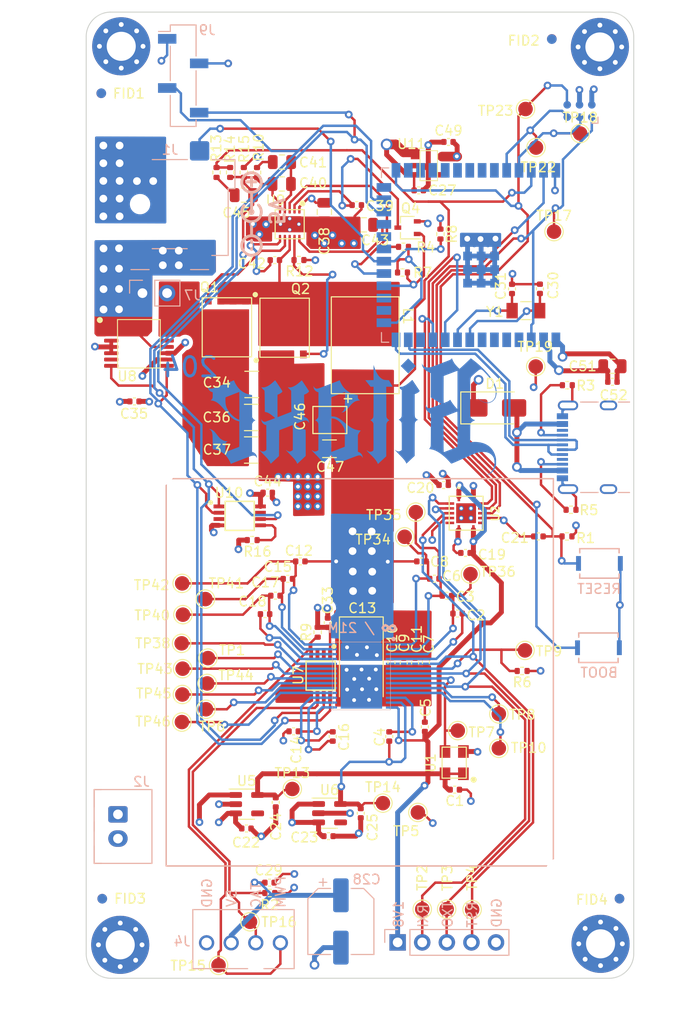
<source format=kicad_pcb>
(kicad_pcb (version 20221018) (generator pcbnew)
  (layers (0 "F.Cu" signal) (1 "In1.Cu" signal) (2 "In2.Cu" signal) (31 "B.Cu" signal) (34 "B.Paste" user) (35 "F.Paste" user) (36 "B.SilkS" user "B.Silkscreen") (37 "F.SilkS" user "F.Silkscreen") (38 "B.Mask" user) (39 "F.Mask" user) (44 "Edge.Cuts" user))
  (net 0 "")
  (net 1 "GND")
  (net 2 "/Power/VIN")
  (net 3 "/BM1366/1V8")
  (net 4 "/BM1366/INV_CLKO")
  (net 5 "/VDD")
  (net 6 "/ESP32/EN")
  (net 7 "/5V")
  (net 8 "/3V3")
  (net 9 "/TX")
  (net 10 "/RX")
  (net 11 "/BM1366/VDD3_0")
  (net 12 "/BM1366/VDD2_0")
  (net 13 "/RST")
  (net 14 "/BM1366/PIN_MODE")
  (net 15 "/Fan/FAN_TACH")
  (net 16 "/SCL")
  (net 17 "/Fan/FAN_PWM")
  (net 18 "/Power/OUT0")
  (net 19 "/Power/SW")
  (net 20 "/BM1366/0V8")
  (net 21 "/BM1366/VDD1_0")
  (net 22 "/BM1366/VDD1_1")
  (net 23 "/BM1366/VDD2_1")
  (net 24 "/BM1366/VDD3_1")
  (net 25 "Net-(Q4-D)")
  (net 26 "Net-(U9-COMP)")
  (net 27 "Net-(U9-BOOT)")
  (net 28 "Net-(C41-Pad2)")
  (net 29 "Net-(U9-BP)")
  (net 30 "/BM1366/CI")
  (net 31 "Net-(C45-Pad1)")
  (net 32 "/BM1366/RO")
  (net 33 "/BM1366/RST_N")
  (net 34 "Net-(Q1-G)")
  (net 35 "Net-(Q2-G)")
  (net 36 "/BM1366/RI")
  (net 37 "Net-(U10-FS0)")
  (net 38 "Net-(U12-GPIO19{slash}U1RTS{slash}ADC2_CH8{slash}CLK_OUT2{slash}USB_D-)")
  (net 39 "Net-(U12-GPIO20{slash}U1CTS{slash}ADC2_CH9{slash}CLK_OUT1{slash}USB_D+)")
  (net 44 "/BM1366/CLKI")
  (net 45 "/BM1366/NRSTO")
  (net 46 "/BM1366/BO")
  (net 47 "/BM1366/CLKO")
  (net 48 "/BM1366/CO")
  (net 49 "/ESP32/P_TX")
  (net 50 "/ESP32/P_RX")
  (net 51 "/ESP32/IO0")
  (net 52 "/ESP32/XIN32")
  (net 54 "/BM1366/ADDR0")
  (net 55 "/ESP32/XOUT32")
  (net 56 "/Power/PGOOD")
  (net 60 "/Power/OUT1")
  (net 62 "/ESP32/PWR_EN")
  (net 64 "/SDA")
  (net 78 "/BM1366/BI")
  (net 79 "/PLUG_SENSE")
  (net 80 "/BM1366/ADDR1")
  (net 81 "Net-(D1-Pad2)")
  (net 87 "Net-(J8-CC1)")
  (net 88 "Net-(J8-CC2)")
  (net 92 "Net-(U14-VDDIO_18_1)")
  (net 93 "Net-(U14-VDDIO_08_1)")
  (footprint "Capacitor_SMD:C_0805_2012Metric" (layer "F.Cu") (at 105.864 69.487 180)
    (fp_text reference "C43")
    (fp_text value "10uF")
  )
  (footprint "Capacitor_SMD:C_0402_1005Metric" (layer "F.Cu") (at 116.356 103.365 180)
    (fp_text reference "C19")
    (fp_text value "0.1uF")
  )
  (footprint "Diode_SMD:D_SMA" (layer "F.Cu") (at 119.38 88.392)
    (fp_text reference "D1")
    (fp_text value "SS310")
  )
  (footprint "Package_SO:TSSOP-16_4.4x5mm_P0.65mm" (layer "F.Cu") (at 82.64 81.77)
    (fp_text reference "U8")
    (fp_text value "INA260")
  )
  (footprint "Capacitor_SMD:C_0402_1005Metric" (layer "F.Cu") (at 112.268 114.6556 -90)
    (fp_text reference "C7")
    (fp_text value "0.1uF")
  )
  (footprint "Fiducial:Fiducial_1mm_Mask2mm" (layer "F.Cu") (at 125.2728 50.292)
    (fp_text reference "FID2")
    (fp_text value "Fiducial")
  )
  (footprint "Fiducial:Fiducial_1mm_Mask2mm" (layer "F.Cu") (at 132.2578 139.065)
    (fp_text reference "FID4")
    (fp_text value "Fiducial")
  )
  (footprint "Resistor_SMD:R_0402_1005Metric" (layer "F.Cu") (at 90.6496 64.079 -90)
    (fp_text reference "R13")
    (fp_text value "1.33k")
  )
  (footprint "Fiducial:Fiducial_1mm_Mask2mm" (layer "F.Cu") (at 78.8416 139.065)
    (fp_text reference "FID3")
    (fp_text value "Fiducial")
  )
  (footprint "Resistor_SMD:R_0402_1005Metric" (layer "F.Cu") (at 122.207 115.554 180)
    (fp_text reference "R6")
    (fp_text value "10k")
  )
  (footprint "Capacitor_SMD:C_0402_1005Metric" (layer "F.Cu") (at 115.25 127.81 180)
    (fp_text reference "C1")
    (fp_text value "0.1uF")
  )
  (footprint "TestPoint:TestPoint_Pad_D1.5mm" (layer "F.Cu") (at 87.0458 112.6998)
    (fp_text reference "TP38")
    (fp_text value "TestPoint")
  )
  (footprint "Package_TO_SOT_SMD:SOT-323_SC-70" (layer "F.Cu") (at 110.37 69.78 180)
    (fp_text reference "Q4")
    (fp_text value "2N7002K")
  )
  (footprint "Capacitor_SMD:C_0805_2012Metric" (layer "F.Cu") (at 97.4054 63.0058 180)
    (fp_text reference "C41")
    (fp_text value "1.5nF")
  )
  (footprint "TestPoint:TestPoint_Pad_D1.5mm" (layer "F.Cu") (at 123.61 84.12)
    (fp_text reference "TP19")
    (fp_text value "TestPoint")
  )
  (footprint "Resistor_SMD:R_0402_1005Metric" (layer "F.Cu") (at 113.77 70.44 -90)
    (fp_text reference "R8")
    (fp_text value "1M")
  )
  (footprint "Capacitor_SMD:C_0402_1005Metric" (layer "F.Cu") (at 114.44 107.79 180)
    (fp_text reference "C3")
    (fp_text value "1uF")
  )
  (footprint "MountingHole:MountingHole_3.5mm" (layer "F.Cu") (at 84.71 94.91)
    (fp_text reference "H6" hide)
    (fp_text value "MountingHole")
  )
  (footprint "Resistor_SMD:R_0402_1005Metric" (layer "F.Cu") (at 127.254 98.91 180)
    (fp_text reference "R5")
    (fp_text value "5.1k")
  )
  (footprint "Capacitor_SMD:C_0805_2012Metric" (layer "F.Cu") (at 101.783 68.1616 -90)
    (fp_text reference "C38")
    (fp_text value "1uF")
  )
  (footprint "TestPoint:TestPoint_Pad_D1.5mm" (layer "F.Cu") (at 111.225 99.15)
    (fp_text reference "TP35")
    (fp_text value "TestPoint")
  )
  (footprint "TestPoint:TestPoint_Pad_D1.5mm" (layer "F.Cu") (at 111.44 130.16)
    (fp_text reference "TP5")
    (fp_text value "TestPoint")
  )
  (footprint "Capacitor_SMD:C_0402_1005Metric" (layer "F.Cu") (at 105.54 130.24 -90)
    (fp_text reference "C25")
    (fp_text value "1uF")
  )
  (footprint "Capacitor_SMD:C_0805_2012Metric" (layer "F.Cu") (at 93.472 66.42)
    (fp_text reference "C45")
    (fp_text value "470pF")
  )
  (footprint "bitaxe:SC32S-7PF20PPM" (layer "F.Cu") (at 122.595 78.349 180)
    (fp_text reference "Y1")
    (fp_text value "32.768kHz")
  )
  (footprint "TestPoint:TestPoint_Pad_D1.5mm" (layer "F.Cu") (at 94.107 141.4526)
    (fp_text reference "TP16")
    (fp_text value "TestPoint")
  )
  (footprint "TestPoint:TestPoint_Pad_D1.5mm" (layer "F.Cu") (at 90.8558 145.9484)
    (fp_text reference "TP15")
    (fp_text value "TestPoint")
  )
  (footprint "Package_TO_SOT_SMD:SOT-23-5" (layer "F.Cu") (at 93.753 129.308)
    (fp_text reference "U5")
    (fp_text value "MCP1824T-1802E")
  )
  (footprint "Capacitor_SMD:C_0805_2012Metric" (layer "F.Cu") (at 131.53 84.09)
    (fp_text reference "C51")
    (fp_text value "10uF")
  )
  (footprint "TestPoint:TestPoint_Pad_D1.5mm" (layer "F.Cu") (at 119.8 119.99)
    (fp_text reference "TP8")
    (fp_text value "TestPoint")
  )
  (footprint "TestPoint:TestPoint_Pad_D1.5mm" (layer "F.Cu") (at 122.556 57.528)
    (fp_text reference "TP23")
    (fp_text value "TestPoint")
  )
  (footprint "Package_TO_SOT_SMD:SOT-23-5" (layer "F.Cu") (at 102.32 130.24)
    (fp_text reference "U6")
    (fp_text value "MCP1824T-0802E")
  )
  (footprint "MountingHole:MountingHole_3.5mm" (layer "F.Cu") (at 126.06 136.36)
    (fp_text reference "H5" hide)
    (fp_text value "MountingHole")
  )
  (footprint "TestPoint:TestPoint_Pad_D1.5mm" (layer "F.Cu") (at 89.7636 114.2238)
    (fp_text reference "TP1")
    (fp_text value "TestPoint")
  )
  (footprint "Capacitor_SMD:C_0402_1005Metric" (layer "F.Cu") (at 108.485 122.318 90)
    (fp_text reference "C4")
    (fp_text value "1uF")
  )
  (footprint "TestPoint:TestPoint_Pad_D1.5mm" (layer "F.Cu") (at 87.1474 115.316)
    (fp_text reference "TP43")
    (fp_text value "TestPoint")
  )
  (footprint "Package_SO:TSSOP-8_3x3mm_P0.65mm" (layer "F.Cu") (at 101.3968 116.0272 -90)
    (fp_text reference "U7")
    (fp_text value "EMC2101")
  )
  (footprint "Capacitor_SMD:C_0402_1005Metric" (layer "F.Cu") (at 99.3 104.24 180)
    (fp_text reference "C12")
    (fp_text value "1uF")
  )
  (footprint "Capacitor_SMD:C_0402_1005Metric" (layer "F.Cu") (at 131.53 85.7)
    (fp_text reference "C52")
    (fp_text value "0.1uF")
  )
  (footprint "Resistor_SMD:R_0402_1005Metric" (layer "F.Cu") (at 126.837 101.658 180)
    (fp_text reference "R1")
    (fp_text value "10k")
  )
  (footprint "MountingHole:MountingHole_3mm_Pad_Via" (layer "F.Cu") (at 130.23501 51.12099)
    (fp_text reference "H7")
    (fp_text value "MountingHole_Pad")
  )
  (footprint "Capacitor_SMD:C_0402_1005Metric" (layer "F.Cu") (at 124.043 76.096 90)
    (fp_text reference "C30")
    (fp_text value "6.8pF")
  )
  (footprint "Fiducial:Fiducial_1mm_Mask2mm" (layer "F.Cu") (at 78.74 55.9054)
    (fp_text reference "FID1")
    (fp_text value "Fiducial")
  )
  (footprint "bitaxe:TXB0104" (layer "F.Cu") (at 116.422 99.265 -90)
    (fp_text reference "U2")
    (fp_text value "TXB0104RGYR")
  )
  (footprint "Resistor_SMD:R_0402_1005Metric" (layer "F.Cu") (at 94.8288 64.0836 -90)
    (fp_text reference "R10")
    (fp_text value "3.83k")
  )
  (footprint "TestPoint:TestPoint_Pad_D1.5mm" (layer "F.Cu") (at 87.1 106.51)
    (fp_text reference "TP42")
    (fp_text value "TestPoint")
  )
  (footprint "TestPoint:TestPoint_Pad_D1.5mm" (layer "F.Cu") (at 125.5 70.19)
    (fp_text reference "TP17")
    (fp_text value "TestPoint")
  )
  (footprint "bitaxe:FP1005R1-R15-R" (layer "F.Cu") (at 106.0006 81.9214 -90)
    (fp_text reference "L1")
    (fp_text value "150nH")
  )
  (footprint "Resistor_SMD:R_0402_1005Metric" (layer "F.Cu") (at 93.465 64.079 90)
    (fp_text reference "R15")
    (fp_text value "3.32k")
  )
  (footprint "Capacitor_SMD:C_0402_1005Metric" (layer "F.Cu") (at 98.01 106.04 180)
    (fp_text reference "C15")
    (fp_text value "1uF")
  )
  (footprint "Resistor_SMD:R_0402_1005Metric" (layer "F.Cu") (at 94.33 102.04 180)
    (fp_text reference "R16")
    (fp_text value "80.6k")
  )
  (footprint "MountingHole:MountingHole_3mm_Pad_Via" (layer "F.Cu") (at 130.302 143.728)
    (fp_text reference "H9")
    (fp_text value "MountingHole_Pad")
  )
  (footprint "Capacitor_SMD:C_0402_1005Metric" (layer "F.Cu") (at 102.646 122.318 90)
    (fp_text reference "C16")
    (fp_text value "1uF")
  )
  (footprint "Capacitor_SMD:C_0402_1005Metric" (layer "F.Cu") (at 114.6 60.93 180)
    (fp_text reference "C49")
    (fp_text value "1uF")
  )
  (footprint "Capacitor_SMD:C_0402_1005Metric" (layer "F.Cu") (at 95.659 109.681 180)
    (fp_text reference "C18")
    (fp_text value "1uF")
  )
  (footprint "TestPoint:TestPoint_Pad_D1.5mm" (layer "F.Cu") (at 128.2 60.06)
    (fp_text reference "TP18")
    (fp_text value "TestPoint")
  )
  (footprint "Capacitor_SMD:C_0805_2012Metric" (layer "F.Cu") (at 97.383 65.268 180)
    (fp_text reference "C40")
    (fp_text value "180pF")
  )
  (footprint "Package_SO:TSSOP-8_3x3mm_P0.65mm" (layer "F.Cu") (at 93.04 99.54)
    (fp_text reference "U10")
    (fp_text value "DS4432U+")
  )
  (footprint "TestPoint:TestPoint_Pad_D1.5mm" (layer "F.Cu") (at 116.87 105.55)
    (fp_text reference "TP36")
    (fp_text value "TestPoint")
  )
  (footprint "Capacitor_SMD:C_0402_1005Metric" (layer "F.Cu") (at 105.13 67.45)
    (fp_text reference "C39")
    (fp_text value "3.3nF")
  )
  (footprint "TestPoint:TestPoint_Pad_D1.5mm" (layer "F.Cu") (at 89.6874 116.84)
    (fp_text reference "TP44")
    (fp_text value "TestPoint")
  )
  (footprint "MountingHole:MountingHole_3mm_Pad_Via" (layer "F.Cu") (at 80.70501 143.83099)
    (fp_text reference "H10")
    (fp_text value "MountingHole_Pad")
  )
  (footprint "Capacitor_SMD:C_0402_1005Metric" (layer "F.Cu") (at 121.159 76.105 90)
    (fp_text reference "C31")
    (fp_text value "6.8pF")
  )
  (footprint "Capacitor_SMD:C_0402_1005Metric" (layer "F.Cu") (at 82.17 87.72 180)
    (fp_text reference "C35")
    (fp_text value "1uF")
  )
  (footprint "Capacitor_SMD:C_0402_1005Metric" (layer "F.Cu") (at 108.712 114.681 -90)
    (fp_text reference "C10")
    (fp_text value "1uF")
  )
  (footprint "Capacitor_SMD:C_0402_1005Metric" (layer "F.Cu") (at 111.1504 114.7064 -90)
    (fp_text reference "C11")
    (fp_text value "1uF")
  )
  (footprint "Resistor_SMD:R_0402_1005Metric" (layer "F.Cu") (at 92.0573 64.079 -90)
    (fp_text reference "R14")
    (fp_text value "4.99k")
  )
  (footprint "Capacitor_SMD:C_0402_1005Metric" (layer "F.Cu") (at 98.612 121.788 180)
    (fp_text reference "C14")
    (fp_text value "1uF")
  )
  (footprint "Capacitor_Tantalum_SMD:CP_EIA-7343-31_Kemet-D_Pad2.25x2.55mm_HandSolder" (layer "F.Cu") (at 105.6 114.56 -90)
    (fp_text reference "C13")
    (fp_text value "330uF")
  )
  (footprint "bitaxe:CSD17311Q5" (layer "F.Cu") (at 97.6816 80.1102 -90)
    (fp_text reference "Q2")
    (fp_text value "CSD17311Q5")
  )
  (footprint "Capacitor_SMD:C_0402_1005Metric" (layer "F.Cu") (at 102.1334 110.5662 90)
    (fp_text reference "C33")
    (fp_text value "0.1uF")
  )
  (footprint "Resistor_SMD:R_0402_1005Metric" (layer "F.Cu") (at 96.15 138.48)
    (fp_text reference "R2")
    (fp_text value "5.6k")
  )
  (footprint "TestPoint:TestPoint_Pad_D1.5mm" (layer "F.Cu") (at 114.41 140.15)
    (fp_text reference "TP3")
    (fp_text value "TestPoint")
  )
  (footprint "TestPoint:TestPoint_Pad_D1.5mm" (layer "F.Cu") (at 89.5 108.13)
    (fp_text reference "TP41")
    (fp_text value "TestPoint")
  )
  (footprint "Capacitor_SMD:C_0402_1005Metric" (layer "F.Cu") (at 95.93 97.14)
    (fp_text reference "C44")
    (fp_text value "1uF")
  )
  (footprint "bitaxe:TPS40305" (layer "F.Cu") (at 98.201691 69.4222 -90)
    (fp_text reference "U9")
    (fp_text value "TPS40305")
  )
  (footprint "TestPoint:TestPoint_Pad_D1.5mm" (layer "F.Cu") (at 110.075 101.7)
    (fp_text reference "TP34")
    (fp_text value "TestPoint")
  )
  (footprint "TestPoint:TestPoint_Pad_D1.5mm" (layer "F.Cu") (at 87.0712 120.8278)
    (fp_text reference "TP46")
    (fp_text value "TestPoint")
  )
  (footprint "MountingHole:MountingHole_3mm_Pad_Via" (layer "F.Cu") (at 80.808 51.054)
    (fp_text reference "H8" hide)
    (fp_text value "MountingHole_Pad")
  )
  (footprint "Capacitor_SMD:C_0402_1005Metric" (layer "F.Cu") (at 93.733 131.818)
    (fp_text reference "C22")
    (fp_text value "1uF")
  )
  (footprint "TestPoint:TestPoint_Pad_D1.5mm" (layer "F.Cu") (at 119.8 123.54)
    (fp_text reference "TP10")
    (fp_text value "TestPoint")
  )
  (footprint "Capacitor_SMD:C_0402_1005Metric" (layer "F.Cu") (at 123.89 101.66 180)
    (fp_text reference "C21")
    (fp_text value "1uF")
  )
  (footprint "Capacitor_SMD:C_0402_1005Metric" (layer "F.Cu") (at 113.14 106.03 180)
    (fp_text reference "C6")
    (fp_text value "1uF")
  )
  (footprint "bitaxe:CAP_2R5TPE220MAFB" (layer "F.Cu") (at 102.3516 89.6402 180)
    (fp_text reference "C46")
    (fp_text value "220uF")
  )
  (footprint "bitaxe:CSD17311Q5" (layer "F.Cu") (at 91.719887 80.066364 90)
    (fp_text reference "Q1")
    (fp_text value "CSD17311Q5")
  )
  (footprint "Capacitor_SMD:C_0402_1005Metric" (layer "F.Cu") (at 96.6698 73.128)
    (fp_text reference "C42")
    (fp_text value "0.1uF")
  )
  (footprint "TestPoint:TestPoint_Pad_D1.5mm" (layer "F.Cu") (at 115.56 121.71)
    (fp_text reference "TP7")
    (fp_text value "TestPoint")
  )
  (footprint "Capacitor_SMD:C_1210_3225Metric" (layer "F.Cu") (at 94.2816 85.9702)
    (fp_text reference "C34")
    (fp_text value "47uF")
  )
  (footprint "TestPoint:TestPoint_Pad_D1.5mm" (layer "F.Cu") (at 87.18 109.74)
    (fp_text reference "TP40")
    (fp_text value "TestPoint")
  )
  (footprint "TestPoint:TestPoint_Pad_D1.5mm" (layer "F.Cu") (at 117.04 140.19 90)
    (fp_text reference "TP4")
    (fp_text value "TestPoint")
  )
  (footprint "bitaxe:O 25,0-JO32-B-1V3-1-T1-LF" (layer "F.Cu") (at 115.19 125.02 90)
    (fp_text reference "U1")
    (fp_text value "25MHz")
  )
  (footprint "TestPoint:TestPoint_Pad_D1.5mm" (layer "F.Cu") (at 98.473 127.736)
    (fp_text reference "TP13")
    (fp_text value "TestPoint")
  )
  (footprint "Resistor_SMD:R_0402_1005Metric" (layer "F.Cu") (at 99.1602 73.1234)
    (fp_text reference "R12")
    (fp_text value "4.12k")
  )
  (footprint "Resistor_SMD:R_0402_1005Metric" (layer "F.Cu") (at 109.955 71.76 180)
    (fp_text reference "R4")
    (fp_text value "10k")
  )
  (footprint "Capacitor_SMD:C_0402_1005Metric" (layer "F.Cu") (at 115.54 109.624 180)
    (fp_text reference "C2")
    (fp_text value "1uF")
  )
  (footprint "Resistor_SMD:R_0402_1005Metric" (layer "F.Cu") (at 109.85 74.41)
    (fp_text reference "R7")
    (fp_text value "10k")
  )
  (footprint "Capacitor_SMD:C_0402_1005Metric" (layer "F.Cu") (at 102.21 132.61)
    (fp_text reference "C23")
    (fp_text value "1uF")
  )
  (footprint "TestPoint:TestPoint_Pad_D1.5mm" (layer "F.Cu") (at 89.5604 119.507)
    (fp_text reference "TP6")
    (fp_text value "TestPoint")
  )
  (footprint "Capacitor_SMD:C_0402_1005Metric" (layer "F.Cu") (at 112.16 121.32 90)
    (fp_text reference "C5")
    (fp_text value "1uF")
  )
  (footprint "TestPoint:TestPoint_Pad_D1.5mm" (layer "F.Cu") (at 122.5 113.43)
    (fp_text reference "TP9")
    (fp_text value "TestPoint")
  )
  (footprint "Resistor_SMD:R_0402_1005Metric" (layer "F.Cu") (at 101.092 111.5568 90)
    (fp_text reference "R9")
    (fp_text value "10k")
  )
  (footprint "Capacitor_SMD:C_0402_1005Metric" (layer "F.Cu") (at 96.73 107.78 180)
    (fp_text reference "C17")
    (fp_text value "1uF")
  )
  (footprint "Capacitor_SMD:C_0402_1005Metric" (layer "F.Cu") (at 111.81 104.24 180)
    (fp_text reference "C8")
    (fp_text value "1uF")
  )
  (footprint "Capacitor_SMD:C_0402_1005Metric" (layer "F.Cu") (at 96.12 137.41)
    (fp_text reference "C29")
    (fp_text value "0.1uF")
  )
  (footprint "TestPoint:TestPoint_Pad_D1.5mm" (layer "F.Cu") (at 107.83 129.2)
    (fp_text reference "TP14")
    (fp_text value "TestPoint")
  )
  (footprint "TestPoint:TestPoint_Pad_D1.5mm" (layer "F.Cu") (at 87.122 117.983)
    (fp_text reference "TP45")
    (fp_text value "TestPoint")
  )
  (footprint "Resistor_SMD:R_0402_1005Metric" (layer "F.Cu") (at 126.872 86.047 180)
    (fp_text reference "R3")
    (fp_text value "5.1k")
  )
  (footprint "Capacitor_SMD:C_0402_1005Metric" (layer "F.Cu") (at 111.531 65.931)
    (fp_text reference "C27")
    (fp_text value "1uF")
  )
  (footprint "TestPoint:TestPoint_Pad_D1.5mm" (layer "F.Cu") (at 123.64 61.51)
    (fp_text reference "TP22")
    (fp_text value "TestPoint")
  )
  (footprint "TestPoint:TestPoint_Pad_D1.5mm" (layer "F.Cu") (at 111.89 140.15)
    (fp_text reference "TP2")
    (fp_text value "TestPoint")
  )
  (footprint "Capacitor_SMD:C_0402_1005Metric" (layer "F.Cu") (at 114.102 96.355 180)
    (fp_text reference "C20")
    (fp_text value "0.1uF")
  )
  (footprint "Capacitor_SMD:C_1206_3216Metric" (layer "F.Cu") (at 102.3116 92.6102 180)
    (fp_text reference "C47")
    (fp_text value "100uF")
  )
  (footprint "Capacitor_SMD:C_0402_1005Metric" (layer "F.Cu") (at 96.763 129.118 -90)
    (fp_text reference "C24")
    (fp_text value "1uF")
  )
  (footprint "Capacitor_SMD:C_1210_3225Metric" (layer "F.Cu") (at 94.2416 89.3802)
    (fp_text reference "C36")
    (fp_text value "47uF")
  )
  (footprint "Capacitor_SMD:C_0402_1005Metric" (layer "F.Cu") (at 109.982 114.71 -90)
    (fp_text reference "C9")
    (fp_text value "0.1uF")
  )
  (footprint "bitaxe:RT9080-33GJ5" (layer "F.Cu") (at 112.563 63.38)
    (fp_text reference "U11")
    (fp_text value "RT9080-33GJ5")
  )
  (footprint "Capacitor_SMD:C_1210_3225Metric" (layer "F.Cu") (at 94.2416 92.7402)
    (fp_text reference "C37")
    (fp_text value "47uF")
  )
  (footprint "bitaxe:470531000" (layer "B.Cu") (at 89.621 143.622)
    (fp_text reference "J4")
    (fp_text value "Conn_01x04")
  )
  (footprint "Connector_PinSocket_2.54mm:PinSocket_1x04_P2.54mm_Vertical_SMD_Pin1Right" (layer "B.Cu") (at 87.205 54.09 180)
    (fp_text reference "J9")
    (fp_text value "Conn_01x04")
  )
  (footprint "Fiducial:Fiducial_1mm_Mask2mm" (layer "B.Cu") (at 132.26 139.06 180)
    (fp_text reference "FID7" hide)
    (fp_text value "Fiducial")
  )
  (footprint "Connector_PinHeader_2.54mm:PinHeader_1x02_P2.54mm_Vertical" (layer "B.Cu") (at 83 76.54 -90)
    (fp_text reference "J7")
    (fp_text value "Conn_01x02")
  )
  (footprint "Connector_PinHeader_2.54mm:PinHeader_1x05_P2.54mm_Vertical" (layer "B.Cu") (at 109.35 143.58 -90)
    (fp_text reference "J3" hide)
    (fp_text value "Conn_01x05")
  )
  (footprint "Connector_USB:USB_C_Receptacle_GCT_USB4105-xx-A_16P_TopMnt_Horizontal" (layer "B.Cu") (at 130.048 92.456 -90)
    (fp_text reference "J8" hide)
    (fp_text value "USB_C_Receptacle_USB2.0")
  )
  (footprint "bitaxe:ESP32-S3-WROOM-1" (layer "B.Cu") (at 117.43 72.61 90)
    (fp_text reference "U12" hide)
    (fp_text value "ESP32-S3-WROOM-1")
  )
  (footprint "bitaxe:Tag-Connect_TC2030-IDC-NL_2x03_P1.27mm_Vertical" (layer "B.Cu") (at 128.13 57.73 180)
    (fp_text reference "J5" hide)
    (fp_text value "TC2030-IDC")
  )
  (footprint "bitaxe:logo" (layer "B.Cu") (at 105.131305 89.685804 180)
    (fp_text reference "G***" hide)
    (fp_text value "LOGO" hide)
  )
  (footprint "bitaxe:logo-fcu" (layer "B.Cu") (at 105.131305 89.685804 180)
    (fp_text reference "G***" hide)
    (fp_text value "LOGO" hide)
  )
  (footprint "Fiducial:Fiducial_1mm_Mask2mm" (layer "B.Cu") (at 78.85 139.07 180)
    (fp_text reference "FID8" hide)
    (fp_text value "Fiducial")
  )
  (footprint "bitaxe:BM1366" (layer "B.Cu") (at 105.612 116.068 180)
    (fp_text reference "U14" hide)
    (fp_text value "BM1366_mode1")
  )
  (footprint "Capacitor_SMD:CP_Elec_6.3x7.7" (layer "B.Cu") (at 103.49 141.42 -90)
    (fp_text reference "C28")
    (fp_text value "220uF")
  )
  (footprint "bitaxe:BarrelJack_Wuerth_694106106102_2.0x5.5mm" (layer "B.Cu") (at 85.825 67.35 90)
    (fp_text reference "J1")
    (fp_text value "54-00164")
  )
  (footprint "bitaxe:SW_CS1213AGF260_CRS" (layer "B.Cu") (at 130.186 104.448 180)
    (fp_text reference "SW1" hide)
    (fp_text value "GT-TC029B-H025-L1N")
  )
  (footprint "bitaxe:polarity" (layer "B.Cu") (at 94.265 68.155 90)
    (fp_text reference "U3" hide)
    (fp_text value "~")
  )
  (footprint "Fiducial:Fiducial_1mm_Mask2mm" (layer "B.Cu") (at 125.27 50.31 180)
    (fp_text reference "FID5" hide)
    (fp_text value "Fiducial")
  )
  (footprint "bitaxe:JST_XH_B2B-XH-A_1x02_P2.50mm_Vertical" (layer "B.Cu") (at 80.47 130.36 -90)
    (fp_text reference "J2")
    (fp_text value "Conn_01x02")
  )
  (footprint "bitaxe:SW_CS1213AGF260_CRS" (layer "B.Cu") (at 130.082 113.155 180)
    (fp_text reference "SW2" hide)
    (fp_text value "GT-TC029B-H025-L1N")
  )
  (footprint "Fiducial:Fiducial_1mm_Mask2mm" (layer "B.Cu") (at 78.75 55.9 180)
    (fp_text reference "FID6" hide)
    (fp_text value "Fiducial")
  )
  (gr_rect (start 85.45 95.7) (end 125.43 135.69) (stroke (width 0.15)) (fill none) (layer "B.SilkS"))
  (gr_line (start 79.729 47.522) (end 131.192 47.522) (stroke (width 0.1)) (layer "Edge.Cuts"))
  (gr_arc (start 133.732 144.744) (mid 132.988051 146.540051) (end 131.192 147.284) (stroke (width 0.1)) (layer "Edge.Cuts"))
  (gr_arc (start 131.192 47.522) (mid 132.988051 48.265949) (end 133.732 50.062) (stroke (width 0.1)) (layer "Edge.Cuts"))
  (gr_arc (start 77.189 50.062) (mid 77.932949 48.265949) (end 79.729 47.522) (stroke (width 0.1)) (layer "Edge.Cuts"))
  (gr_line (start 131.192 147.284) (end 79.729 147.284) (stroke (width 0.1)) (layer "Edge.Cuts"))
  (gr_line (start 133.732 50.062) (end 133.732 144.744) (stroke (width 0.1)) (layer "Edge.Cuts"))
  (gr_arc (start 79.729 147.284) (mid 77.932949 146.540051) (end 77.189 144.744) (stroke (width 0.1)) (layer "Edge.Cuts"))
  (gr_line (start 77.189 144.744) (end 77.189 50.062) (stroke (width 0.1)) (layer "Edge.Cuts"))
  (gr_text "204" (at 90.95 85.35) (layer "B.Cu") (effects (font (size 2 2) (thickness 0.3)) (justify left bottom mirror)))
  (gr_text "RST" (at 117.0475 140.699666 90) (layer "B.SilkS") (effects (font (size 1 1)) (justify mirror)))
  (gr_text "5V" (at 92.209 139.018 90) (layer "B.SilkS") (effects (font (size 1 1)) (justify mirror)))
  (gr_text "1V8" (at 109.45 140.675857 90) (layer "B.SilkS") (effects (font (size 1 1)) (justify mirror)))
  (gr_text "/ 21M" (at 104.55 111.11) (layer "B.SilkS") (effects (font (size 1 1)) (justify mirror)))
  (gr_text "∞" (at 108.47 110.96) (layer "B.SilkS") (effects (font (size 2 2) (thickness 0.25)) (justify mirror)))
  (gr_text "5V" (at 95.925 69.675 -90) (layer "B.SilkS") (effects (font (size 1.5 1.5) (thickness 0.3) bold) (justify left bottom mirror)))
  (gr_text "RXI" (at 111.9825 140.842524 90) (layer "B.SilkS") (effects (font (size 1 1)) (justify mirror)))
  (gr_text "PWM" (at 97.265 138.363 90) (layer "B.SilkS") (effects (font (size 1 1)) (justify mirror)))
  (gr_text "GND" (at 119.58 140.533 90) (layer "B.SilkS") (effects (font (size 1 1)) (justify mirror)))
  (gr_text "TXO" (at 114.515 140.675857 90) (layer "B.SilkS") (effects (font (size 1 1)) (justify mirror)))
  (gr_text "TAC" (at 94.7325 138.696333 90) (layer "B.SilkS") (effects (font (size 1 1)) (justify mirror)))
  (gr_text "GND" (at 89.6675 138.482048 90) (layer "B.SilkS") (effects (font (size 1 1)) (justify mirror)))
  (segment (start 90.897 129.309) (end 90.898 129.308) (width 0.508) (layer "F.Cu") (net 1))
  (segment (start 112.513 63.759) (end 112.513 65.429) (width 0.508) (layer "F.Cu") (net 1))
  (segment (start 96.763 129.768) (end 96.763 131.278) (width 0.508) (layer "F.Cu") (net 1))
  (segment (start 112.513 65.429) (end 112.011 65.931) (width 0.508) (layer "F.Cu") (net 1))
  (segment (start 116.91 128.21) (end 116.91 128.99) (width 0.254) (layer "F.Cu") (net 1))
  (segment (start 111.18905 63.376) (end 111.18505 63.38) (width 0.508) (layer "F.Cu") (net 1))
  (segment (start 118.107 99.765) (end 120.075 99.765) (width 0.254) (layer "F.Cu") (net 1))
  (segment (start 121.159 74.598) (end 121.21 74.547) (width 0.254) (layer "F.Cu") (net 1))
  (segment (start 90.89 100.515) (end 90.215 100.515) (width 0.508) (layer "F.Cu") (net 1))
  (segment (start 112.9225 101.108938) (end 114.266438 99.765) (width 0.254) (layer "F.Cu") (net 1))
  (segment (start 117.602 123.903) (end 117.569 123.87) (width 0.508) (layer "F.Cu") (net 1))
  (segment (start 111.88 130.16) (end 112.98 131.26) (width 0.254) (layer "F.Cu") (net 1))
  (segment (start 115.13 103.06) (end 115.13 102.6317) (width 0.254) (layer "F.Cu") (net 1))
  (segment (start 90.13 101.01989) (end 90.360055 101.249945) (width 0.508) (layer "F.Cu") (net 1))
  (segment (start 115.5737 102.188) (end 115.5737 101.0483) (width 0.508) (layer "F.Cu") (net 1))
  (segment (start 122.717 115.554) (end 124.094 115.554) (width 0.254) (layer "F.Cu") (net 1))
  (segment (start 102.86 132.61) (end 105.04 132.61) (width 0.508) (layer "F.Cu") (net 1))
  (segment (start 115.13 102.6317) (end 115.5737 102.188) (width 0.254) (layer "F.Cu") (net 1))
  (segment (start 95.179 111.194) (end 96.109 112.124) (width 0.254) (layer "F.Cu") (net 1))
  (segment (start 97.494 136.516) (end 96.6 137.41) (width 0.254) (layer "F.Cu") (net 1))
  (segment (start 112.16 118.803) (end 112.158 118.801) (width 0.254) (layer "F.Cu") (net 1))
  (segment (start 100.8426 73.1234) (end 100.8506 73.1314) (width 0.254) (layer "F.Cu") (net 1))
  (segment (start 104.914 68.586) (end 104.914 69.487) (width 0.254) (layer "F.Cu") (net 1))
  (segment (start 90.13 100.6) (end 90.13 101.01989) (width 0.508) (layer "F.Cu") (net 1))
  (segment (start 120.075 99.765) (end 120.31 100) (width 0.254) (layer "F.Cu") (net 1))
  (segment (start 121.168 75.616) (end 121.159 75.625) (width 0.254) (layer "F.Cu") (net 1))
  (segment (start 110.856 121.838) (end 110.862 121.832) (width 0.254) (layer "F.Cu") (net 1))
  (segment (start 112.512 61.25) (end 112.812 60.95) (width 0.508) (layer "F.Cu") (net 1))
  (segment (start 116.02 109.624) (end 116.02 111.630284) (width 0.254) (layer "F.Cu") (net 1))
  (segment (start 114.1 60.95) (end 114.12 60.93) (width 0.508) (layer "F.Cu") (net 1))
  (segment (start 127.382 87.697) (end 126.943 88.136) (width 0.254) (layer "F.Cu") (net 1))
  (segment (start 96.4 97.7) (end 96.84 98.14) (width 0.508) (layer "F.Cu") (net 1))
  (segment (start 101.242 122.727) (end 99.393 122.727) (width 0.254) (layer "F.Cu") (net 1))
  (segment (start 127.764 97.597) (end 126.943 96.776) (width 0.254) (layer "F.Cu") (net 1))
  (segment (start 96.4 97.31) (end 96.4 97.7) (width 0.508) (layer "F.Cu") (net 1))
  (segment (start 78.125 82.095) (end 78.09 82.06) (width 0.508) (layer "F.Cu") (net 1))
  (segment (start 95.461 132.62) (end 95.015 132.62) (width 0.508) (layer "F.Cu") (net 1))
  (segment (start 94.89 62.47) (end 94.564 62.47) (width 0.254) (layer "F.Cu") (net 1))
  (segment (start 115.9 127.81) (end 116.51 127.81) (width 0.254) (layer "F.Cu") (net 1))
  (segment (start 105.61 67.45) (end 105.61 67.89) (width 0.254) (layer "F.Cu") (net 1))
  (segment (start 80.66 87.76) (end 80.7 87.72) (width 0.508) (layer "F.Cu") (net 1))
  (segment (start 127.764 98.91) (end 127.764 97.597) (width 0.254) (layer "F.Cu") (net 1))
  (segment (start 126.38 83.11) (end 126.68 82.81) (width 0.508) (layer "F.Cu") (net 1))
  (segment (start 105.54 132.11) (end 105.54 130.89) (width 0.508) (layer "F.Cu") (net 1))
  (segment (start 117.569 123.87) (end 116.14 123.87) (width 0.508) (layer "F.Cu") (net 1))
  (segment (start 124.094 115.554) (end 124.109 115.539) (width 0.254) (layer "F.Cu") (net 1))
  (segment (start 96.783 131.298) (end 95.461 132.62) (width 0.508) (layer "F.Cu") (net 1))
  (segment (start 112.513 63.759) (end 112.513 61.251) (width 0.508) (layer "F.Cu") (net 1))
  (segment (start 92.94 102.96) (end 92.91 102.99) (width 0.508) (layer "F.Cu") (net 1))
  (segment (start 121.159 75.625) (end 121.159 74.598) (width 0.254) (layer "F.Cu") (net 1))
  (segment (start 102.131 121.838) (end 101.242 122.727) (width 0.254) (layer "F.Cu") (net 1))
  (segment (start 131.2 82.81) (end 132.48 84.09) (width 0.508) (layer "F.Cu") (net 1))
  (segment (start 112.9225 102.037) (end 112.9225 101.108938) (width 0.254) (layer "F.Cu") (net 1))
  (segment (start 101.1825 130.24) (end 104.43 130.24) (width 0.508) (layer "F.Cu") (net 1))
  (segment (start 105.04 132.61) (end 105.54 132.11) (width 0.508) (layer "F.Cu") (net 1))
  (segment (start 115.876 103.365) (end 115.435 103.365) (width 0.254) (layer "F.Cu") (net 1))
  (segment (start 80.7 87.72) (end 81.69 87.72) (width 0.508) (layer "F.Cu") (net 1))
  (segment (start 112.13 63.376) (end 111.18905 63.376) (width 0.508) (layer "F.Cu") (net 1))
  (segment (start 127.382 86.047) (end 127.382 87.697) (width 0.254) (layer "F.Cu") (net 1))
  (segment (start 112.24 69.13) (end 111.37 69.13) (width 0.254) (layer "F.Cu") (net 1))
  (segment (start 92.94 102.04) (end 92.94 102.96) (width 0.508) (layer "F.Cu") (net 1))
  (segment (start 115.435 103.365) (end 115.13 103.06) (width 0.254) (layer "F.Cu") (net 1))
  (segment (start 95.179 109.681) (end 95.179 111.194) (width 0.254) (layer "F.Cu") (net 1))
  (segment (start 116.02 111.630284) (end 115.099642 112.550642) (width 0.254) (layer "F.Cu") (net 1))
  (segment (start 97.551 122.045) (end 97.551 122.747) (width 0.254) (layer "F.Cu") (net 1))
  (segment (start 112.592 95.325) (end 113.622 96.355) (width 0.508) (layer "F.Cu") (net 1))
  (segment (start 115.5737 101.0483) (end 115.672 100.95) (width 0.508) (layer "F.Cu") (net 1))
  (segment (start 90.898 129.308) (end 92.6155 129.308) (width 0.508) (layer "F.Cu") (net 1))
  (segment (start 105.61 67.89) (end 104.914 68.586) (width 0.254) (layer "F.Cu") (net 1))
  (segment (start 95.015 132.62) (end 94.213 131.818) (width 0.508) (layer "F.Cu") (net 1))
  (segment (start 108.485 121.838) (end 110.856 121.838) (width 0.254) (layer "F.Cu") (net 1))
  (segment (start 123.41 101.66) (end 121.97 101.66) (width 0.254) (layer "F.Cu") (net 1))
  (segment (start 132.01 84.56) (end 132.01 85.7) (width 0.508) (layer "F.Cu") (net 1))
  (segment (start 102.0826 109.0676) (end 102.1334 109.1184) (width 0.508) (layer "F.Cu") (net 1))
  (segment (start 111.44 130.16) (end 111.88 130.16) (width 0.254) (layer "F.Cu") (net 1))
  (segment (start 90.215 100.515) (end 90.13 100.6) (width 0.508) (layer "F.Cu") (net 1))
  (segment (start 97.808 121.788) (end 97.551 122.045) (width 0.254) (layer "F.Cu") (net 1))
  (segment (start 126.68 82.81) (end 131.2 82.81) (width 0.508) (layer "F.Cu") (net 1))
  (segment (start 94.564 62.47) (end 93.465 63.569) (width 0.254) (layer "F.Cu") (net 1))
  (segment (start 112.812 60.95) (end 114.1 60.95) (width 0.508) (layer "F.Cu") (net 1))
  (segment (start 112.318 95.325) (end 112.592 95.325) (width 0.508) (layer "F.Cu") (net 1))
  (segment (start 112.16 120.84) (end 112.16 118.803) (width 0.254) (layer "F.Cu") (net 1))
  (segment (start 79.7775 82.095) (end 78.125 82.095) (width 0.508) (layer "F.Cu") (net 1))
  (segment (start 116.51 127.81) (end 116.91 128.21) (width 0.254) (layer "F.Cu") (net 1))
  (segment (start 86.306158 82.745) (end 85.5025 82.745) (width 0.508) (layer "F.Cu") (net 1))
  (segment (start 112.513 61.251) (end 112.512 61.25) (width 0.508) (layer "F.Cu") (net 1))
  (segment (start 92.94 102.04) (end 93.82 102.04) (width 0.508) (layer "F.Cu") (net 1))
  (segment (start 99.6702 73.1234) (end 100.8426 73.1234) (width 0.254) (layer "F.Cu") (net 1))
  (segment (start 79.7775 81.445) (end 79.7775 82.095) (width 0.4) (layer "F.Cu") (net 1))
  (segment (start 87.414791 81.636367) (end 86.306158 82.745) (width 0.508) (layer "F.Cu") (net 1))
  (segment (start 96.763 131.278) (end 96.783 131.298) (width 0.508) (layer "F.Cu") (net 1))
  (segment (start 114.266438 99.765) (end 114.737 99.765) (width 0.254) (layer "F.Cu") (net 1))
  (segment (start 102.1334 109.1184) (end 102.1334 110.0862) (width 0.508) (layer "F.Cu") (net 1))
  (segment (start 98.682 136.516) (end 97.494 136.516) (width 0.254) (layer "F.Cu") (net 1))
  (segment (start 98.132 121.788) (end 97.808 121.788) (width 0.254) (layer "F.Cu") (net 1))
  (segment (start 112.46 69.35) (end 112.24 69.13) (width 0.254) (layer "F.Cu") (net 1))
  (segment (start 112.513 63.759) (end 112.13 63.376) (width 0.508) (layer "F.Cu") (net 1))
  (segment (start 79.7775 82.745) (end 79.7775 82.095) (width 0.4) (layer "F.Cu") (net 1))
  (segment (start 102.646 121.838) (end 102.131 121.838) (width 0.254) (layer "F.Cu") (net 1))
  (segment (start 121.97 101.66) (end 120.31 100) (width 0.254) (layer "F.Cu") (net 1))
  (segment (start 132.48 84.09) (end 132.01 84.56) (width 0.508) (layer "F.Cu") (net 1))
  (segment (start 124.043 75.616) (end 121.168 75.616) (width 0.254) (layer "F.Cu") (net 1))
  (via (at 95.067 70.471) (size 0.8) (drill 0.4) (layers "F.Cu" "B.Cu") (net 1))
  (via (at 80.64 68.6075) (size 1.2) (drill 0.8) (layers "F.Cu" "B.Cu") (net 1))
  (via (at 80.64 63.125) (size 1.2) (drill 0.8) (layers "F.Cu" "B.Cu") (net 1))
  (via (at 78.09 82.06) (size 0.8) (drill 0.4) (layers "F.Cu" "B.Cu") (net 1))
  (via (at 100.8506 73.1314) (size 0.8) (drill 0.4) (layers "F.Cu" "B.Cu") (net 1))
  (via (at 80.64 64.9525) (size 1.2) (drill 0.8) (layers "F.Cu" "B.Cu") (net 1))
  (via (at 116.91 128.99) (size 0.8) (drill 0.4) (layers "F.Cu" "B.Cu") (net 1))
  (via (at 116.54 70.92) (size 1) (drill 0.6) (layers "F.Cu" "B.Cu") (net 1))
  (via (at 80.64 66.78) (size 1.2) (drill 0.8) (layers "F.Cu" "B.Cu") (net 1))
  (via (at 99.06 95.504) (size 0.8) (drill 0.4) (layers "F.Cu" "B.Cu") (net 1))
  (via (at 78.96 61.3) (size 1.2) (drill 0.8) (layers "F.Cu" "B.Cu") (net 1))
  (via (at 82.43 64.97) (size 1.2) (drill 0.8) (layers "F.Cu" "B.Cu") (net 1))
  (via (at 125.6 65.94) (size 0.8) (drill 0.4) (layers "F.Cu" "B.Cu") (net 1))
  (via (at 112.98 131.26) (size 0.8) (drill 0.4) (layers "F.Cu" "B.Cu") (net 1))
  (via (at 96.109 112.124) (size 0.8) (drill 0.4) (layers "F.Cu" "B.Cu") (net 1))
  (via (at 84.11 64.9675) (size 1.2) (drill 0.8) (layers "F.Cu" "B.Cu") (net 1))
  (via (at 99.06 97.536) (size 0.8) (drill 0.4) (layers "F.Cu" "B.Cu") (net 1))
  (via (at 112.46 69.35) (size 0.8) (drill 0.4) (layers "F.Cu" "B.Cu") (net 1))
  (via (at 100.076 97.536) (size 0.8) (drill 0.4) (layers "F.Cu" "B.Cu") (net 1))
  (via (at 106.396 118.533) (size 0.8) (drill 0.4) (layers "F.Cu" "B.Cu") (net 1))
  (via (at 97.028 95.504) (size 0.8) (drill 0.4) (layers "F.Cu" "B.Cu") (net 1))
  (via (at 110.862 121.832) (size 0.8) (drill 0.4) (layers "F.Cu" "B.Cu") (net 1))
  (via (at 98.044 95.504) (size 0.8) (drill 0.4) (layers "F.Cu" "B.Cu") (net 1))
  (via (at 78.96 64.955) (size 1.2) (drill 0.8) (layers "F.Cu" "B.Cu") (net 1))
  (via (at 104.082 115.436) (size 0.8) (drill 0.4) (layers "F.Cu" "B.Cu") (net 1))
  (via (at 98.682 136.516) (size 0.8) (drill 0.4) (layers "F.Cu" "B.Cu") (net 1))
  (via (at 101.092 95.504) (size 0.8) (drill 0.4) (layers "F.Cu" "B.Cu") (net 1))
  (via (at 99.393 122.727) (size 0.8) (drill 0.4) (layers "F.Cu" "B.Cu") (net 1))
  (via (at 106.408 116.351) (size 0.8) (drill 0.4) (layers "F.Cu" "B.Cu") (net 1))
  (via (at 128.12 55.55) (size 0.8) (drill 0.4) (layers "F.Cu" "B.Cu") (net 1))
  (via (at 78.96 66.7825) (size 1.2) (drill 0.8) (layers "F.Cu" "B.Cu") (net 1))
  (via (at 95.758 69.4314) (size 0.8) (drill 0.4) (layers "F.Cu" "B.Cu") (net 1))
  (via (at 100.765 145.89) (size 1) (drill 0.6) (layers "F.Cu" "B.Cu") (net 1))
  (via (at 94.89 62.47) (size 0.8) (drill 0.4) (layers "F.Cu" "B.Cu") (net 1))
  (via (at 94.411 69.401) (size 0.8) (drill 0.4) (layers "F.Cu" "B.Cu") (net 1))
  (via (at 101.092 98.552) (size 0.8) (drill 0.4) (layers "F.Cu" "B.Cu") (net 1))
  (via (at 105.673 117.442) (size 0.8) (drill 0.4) (layers "F.Cu" "B.Cu") (net 1))
  (via (at 80.66 87.76) (size 0.8) (drill 0.4) (layers "F.Cu" "B.Cu") (net 1))
  (via (at 101.092 96.52) (size 0.8) (drill 0.4) (layers "F.Cu" "B.Cu") (net 1))
  (via (at 84.96 52.55) (size 0.8) (drill 0.4) (layers "F.Cu" "B.Cu") (net 1))
  (via (at 97.551 122.747) (size 0.8) (drill 0.4) (layers "F.Cu" "B.Cu") (net 1))
  (via (at 124.109 115.539) (size 0.8) (drill 0.4) (layers "F.Cu" "B.Cu") (net 1))
  (via (at 117.91 70.95) (size 1) (drill 0.6) (layers "F.Cu" "B.Cu") (net 1))
  (via (at 90.360055 101.249945) (size 0.8) (drill 0.4) (layers "F.Cu" "B.Cu") (net 1))
  (via (at 100.076 96.52) (size 0.8) (drill 0.4) (layers "F.Cu" "B.Cu") (net 1))
  (via (at 117.602 123.903) (size 0.8) (drill 0.4) (layers "F.Cu" "B.Cu") (net 1))
  (via (at 101.779 71.402) (size 0.8) (drill 0.4) (layers "F.Cu" "B.Cu") (net 1))
  (via (at 104.855 118.563) (size 0.8) (drill 0.4) (layers "F.Cu" "B.Cu") (net 1))
  (via (at 104.132 117.472) (size 0.8) (drill 0.4) (layers "F.Cu" "B.Cu") (net 1))
  (via (at 121.21 74.547) (size 0.8) (drill 0.4) (layers "F.Cu" "B.Cu") (net 1))
  (via (at 100.076 98.552) (size 0.8) (drill 0.4) (layers "F.Cu" "B.Cu") (net 1))
  (via (at 102.625 70.567) (size 0.8) (drill 0.4) (layers "F.Cu" "B.Cu") (net 1))
  (via (at 100.076 95.504) (size 0.8) (drill 0.4) (layers "F.Cu" "B.Cu") (net 1))
  (via (at 112.9225 102.037) (size 0.8) (drill 0.4) (layers "F.Cu" "B.Cu") (net 1))
  (via (at 107.144 117.442) (size 0.8) (drill 0.4) (layers "F.Cu" "B.Cu") (net 1))
  (via (at 90.897 129.309) (size 0.8) (drill 0.4) (layers "F.Cu" "B.Cu") (net 1))
  (via (at 112.318 95.325) (size 0.8) (drill 0.4) (layers "F.Cu" "B.Cu") (net 1))
  (via (at 112.512 61.25) (size 0.8) (drill 0.4) (layers "F.Cu" "B.Cu") (net 1))
  (via (at 105.623 115.406) (size 0.8) (drill 0.4) (layers "F.Cu" "B.Cu") (net 1))
  (via (at 101.092 97.536) (size 0.8) (drill 0.4) (layers "F.Cu" "B.Cu") (net 1))
  (via (at 104.867 116.381) (size 0.8) (drill 0.4) (layers "F.Cu" "B.Cu") (net 1))
  (via (at 100.801 70.578) (size 0.8) (drill 0.4) (layers "F.Cu" "B.Cu") (net 1))
  (via (at 87.414791 81.636367) (size 0.8) (drill 0.4) (layers "F.Cu" "B.Cu") (net 1))
  (via (at 104.83 71.398) (size 0.8) (drill 0.4) (layers "F.Cu" "B.Cu") (net 1))
  (via (at 119.454234 70.914234) (size 1) (drill 0.6) (layers "F.Cu" "B.Cu") (net 1))
  (via (at 105.33 132.32) (size 0.8) (drill 0.4) (layers "F.Cu" "B.Cu") (net 1))
  (via (at 104.43 130.24) (size 0.8) (drill 0.4) (layers "F.Cu" "B.Cu") (net 1))
  (via (at 126.38 83.11) (size 1) (drill 0.6) (layers "F.Cu" "B.Cu") (net 1))
  (via (at 99.06 96.52) (size 0.8) (drill 0.4) (layers "F.Cu" "B.Cu") (net 1))
  (via (at 80.64 61.2975) (size 1.2) (drill 0.8) (layers "F.Cu" "B.Cu") (net 1))
  (via (at 115.5737 102.188) (size 0.8) (drill 0.4) (layers "F.Cu" "B.Cu") (net 1))
  (via (at 120.31 100) (size 0.8) (drill 0.4) (layers "F.Cu" "B.Cu") (net 1))
  (via (at 78.96 68.61) (size 1.2) (drill 0.8) (layers "F.Cu" "B.Cu") (net 1))
  (via (at 78.96 63.1275) (size 1.2) (drill 0.8) (layers "F.Cu" "B.Cu") (net 1))
  (via (at 103.584 71.41) (size 0.8) (drill 0.4) (layers "F.Cu" "B.Cu") (net 1))
  (via (at 102.0826 109.0676) (size 0.8) (drill 0.4) (layers "F.Cu" "B.Cu") (net 1))
  (via (at 96.84 98.14) (size 0.8) (drill 0.4) (layers "F.Cu" "B.Cu") (net 1))
  (via (at 132.297 108.743) (size 0.8) (drill 0.4) (layers "F.Cu" "B.Cu") (net 1))
  (via (at 92.91 102.99) (size 0.8) (drill 0.4) (layers "F.Cu" "B.Cu") (net 1))
  (via (at 95.26 132.63) (size 0.8) (drill 0.4) (layers "F.Cu" "B.Cu") (net 1))
  (via (at 107.094 115.406) (size 0.8) (drill 0.4) (layers "F.Cu" "B.Cu") (net 1))
  (via (at 115.099642 112.550642) (size 0.8) (drill 0.4) (layers "F.Cu" "B.Cu") (net 1))
  (via (at 99.06 98.552) (size 0.8) (drill 0.4) (layers "F.Cu" "B.Cu") (net 1))
  (segment (start 102.696 114.311) (end 99.4012 114.311) (width 0.254) (layer "B.Cu") (net 1))
  (segment (start 100.765 145.045) (end 100.765 145.89) (width 0.508) (layer "B.Cu") (net 1))
  (segment (start 108.528 114.311) (end 113.339284 114.311) (width 0.254) (layer "B.Cu") (net 1))
  (segment (start 132.345 104.448) (end 132.345 108.695) (width 0.254) (layer "B.Cu") (net 1))
  (segment (start 85.55 51.96) (end 84.96 52.55) (width 0.254) (layer "B.Cu") (net 1))
  (segment (start 128.13 57.095) (end 128.13 55.56) (width 0.508) (layer "B.Cu") (net 1))
  (segment (start 126.368 89.256) (end 126.368 88.711) (width 0.254) (layer "B.Cu") (net 1))
  (segment (start 110.156 118.327) (end 108.528 118.327) (width 0.254) (layer "B.Cu") (net 1))
  (segment (start 99.4012 114.311) (end 97.2142 112.124) (width 0.254) (layer "B.Cu") (net 1))
  (segment (start 132.241 108.799) (end 132.297 108.743) (width 0.254) (layer "B.Cu") (net 1))
  (segment (start 125.6 65.94) (end 125.6 63.95) (width 0.254) (layer "B.Cu") (net 1))
  (segment (start 117.91 70.95) (end 117.97 71.01) (width 0.254) (layer "B.Cu") (net 1))
  (segment (start 126.38 83.11) (end 126.38 82.05) (width 0.508) (layer "B.Cu") (net 1))
  (segment (start 132.345 108.695) (end 132.297 108.743) (width 0.254) (layer "B.Cu") (net 1))
  (segment (start 85.55 50.28) (end 85.55 51.96) (width 0.254) (layer "B.Cu") (net 1))
  (segment (start 99.393 119.299) (end 100.374 118.318) (width 0.254) (layer "B.Cu") (net 1))
  (segment (start 110.862 119.033) (end 110.156 118.327) (width 0.254) (layer "B.Cu") (net 1))
  (segment (start 101.69 144.12) (end 100.765 145.045) (width 0.508) (layer "B.Cu") (net 1))
  (segment (start 126.38 82.05) (end 125.69 81.36) (width 0.508) (layer "B.Cu") (net 1))
  (segment (start 128.13 55.56) (end 128.12 55.55) (width 0.508) (layer "B.Cu") (net 1))
  (segment (start 99.393 122.727) (end 99.393 119.299) (width 0.254) (layer "B.Cu") (net 1))
  (segment (start 125.6 63.95) (end 125.69 63.86) (width 0.254) (layer "B.Cu") (net 1))
  (segment (start 132.241 113.155) (end 132.241 108.799) (width 0.254) (layer "B.Cu") (net 1))
  (segment (start 100.374 118.318) (end 102.696 118.318) (width 0.254) (layer "B.Cu") (net 1))
  (segment (start 113.339284 114.311) (end 115.099642 112.550642) (width 0.254) (layer "B.Cu") (net 1))
  (segment (start 103.49 144.12) (end 101.69 144.12) (width 0.508) (layer "B.Cu") (net 1))
  (segment (start 97.2142 112.124) (end 96.109 112.124) (width 0.254) (layer "B.Cu") (net 1))
  (segment (start 119.454234 70.914234) (end 119.37 70.998468) (width 0.254) (layer "B.Cu") (net 1))
  (segment (start 110.862 121.832) (end 110.862 119.033) (width 0.254) (layer "B.Cu") (net 1))
  (segment (start 126.368 88.711) (end 126.943 88.136) (width 0.254) (layer "B.Cu") (net 1))
  (segment (start 126.368 95.656) (end 126.368 96.201) (width 0.254) (layer "B.Cu") (net 1))
  (segment (start 126.368 96.201) (end 126.943 96.776) (width 0.254) (layer "B.Cu") (net 1))
  (segment (start 83.935 82.095) (end 82.635 80.795) (width 0.254) (layer "F.Cu") (net 2))
  (segment (start 82.635 80.795) (end 79.7775 80.795) (width 0.254) (layer "F.Cu") (net 2))
  (segment (start 85.5025 82.095) (end 83.935 82.095) (width 0.254) (layer "F.Cu") (net 2))
  (via (at 80.58 71.91) (size 1.2) (drill 0.8) (layers "F.Cu" "B.Cu") (net 2))
  (via (at 78.98 76.13) (size 1.2) (drill 0.8) (layers "F.Cu" "B.Cu") (net 2))
  (via (at 78.98 78.23) (size 1.2) (drill 0.8) (layers "F.Cu" "B.Cu") (net 2))
  (via (at 80.58 78.21) (size 1.2) (drill 0.8) (layers "F.Cu" "B.Cu") (net 2))
  (via (at 80.58 76.11) (size 1.2) (drill 0.8) (layers "F.Cu" "B.Cu") (net 2))
  (via (at 85.1 72.15) (size 1.2) (drill 0.8) (layers "F.Cu" "B.Cu") (net 2))
  (via (at 86.75 73.66) (size 1.2) (drill 0.8) (layers "F.Cu" "B.Cu") (net 2))
  (via (at 80.58 74.01) (size 1.2) (drill 0.8) (layers "F.Cu" "B.Cu") (net 2))
  (via (at 85.1 73.66) (size 1.2) (drill 0.8) (layers "F.Cu" "B.Cu") (net 2))
  (via (at 78.98 71.93) (size 1.2) (drill 0.8) (layers "F.Cu" "B.Cu") (net 2))
  (via (at 86.75 72.15) (size 1.2) (drill 0.8) (layers "F.Cu" "B.Cu") (net 2))
  (via (at 78.98 74.03) (size 1.2) (drill 0.8) (layers "F.Cu" "B.Cu") (net 2))
  (segment (start 94.8905 128.358) (end 96.653 128.358) (width 0.508) (layer "F.Cu") (net 3))
  (segment (start 117.172 102.173) (end 117.172 100.95) (width 0.508) (layer "F.Cu") (net 3))
  (segment (start 120.06 109.49) (end 120.06 106.46) (width 0.508) (layer "F.Cu") (net 3))
  (segment (start 117.183 103.583) (end 117.183 103.222) (width 0.508) (layer "F.Cu") (net 3))
  (segment (start 112.48 126.17) (end 112.48 122.88) (width 0.508) (layer "F.Cu") (net 3))
  (segment (start 117.183 103.222) (end 117.172 103.211) (width 0.508) (layer "F.Cu") (net 3))
  (segment (start 111.997 122.723) (end 112.16 122.56) (width 0.254) (layer "F.Cu") (net 3))
  (segment (start 112.48 126.17) (end 101.015 126.17) (width 0.508) (layer "F.Cu") (net 3))
  (segment (start 115.737362 96.829638) (end 115.672 96.895) (width 0.508) (layer "F.Cu") (net 3))
  (segment (start 116.14 126.17) (end 114.24 126.17) (width 0.254) (layer "F.Cu") (net 3))
  (segment (start 118.96 110.59) (end 120.06 109.49) (width 0.508) (layer "F.Cu") (net 3))
  (segment (start 96.653 128.358) (end 96.763 128.468) (width 0.508) (layer "F.Cu") (net 3))
  (segment (start 113.63 121.09) (end 113.63 115.16) (width 0.508) (layer "F.Cu") (net 3))
  (segment (start 112.48 127.04) (end 112.13 127.39) (width 0.508) (layer "F.Cu") (net 3))
  (segment (start 95.406 126.161) (end 95.415 126.17) (width 0.508) (layer "F.Cu") (net 3))
  (segment (start 118.2 110.59) (end 118.96 110.59) (width 0.508) (layer "F.Cu") (net 3))
  (segment (start 112.16 122.56) (end 113.63 121.09) (width 0.508) (layer "F.Cu") (net 3))
  (segment (start 112.48 126.17) (end 112.48 127.04) (width 0.508) (layer "F.Cu") (net 3))
  (segment (start 120.06 106.46) (end 117.183 103.583) (width 0.508) (layer "F.Cu") (net 3))
  (segment (start 114.6 127.81) (end 114.25 127.46) (width 0.508) (layer "F.Cu") (net 3))
  (segment (start 95.415 126.17) (end 101.015 126.17) (width 0.508) (layer "F.Cu") (net 3))
  (segment (start 94.8905 128.358) (end 94.8905 126.6765) (width 0.508) (layer "F.Cu") (net 3))
  (segment (start 114.25 126.18) (end 114.24 126.17) (width 0.508) (layer "F.Cu") (net 3))
  (segment (start 115.737362 96.385646) (end 115.737362 96.829638) (width 0.508) (layer "F.Cu") (net 3))
  (segment (start 115.672 96.895) (end 115.672 97.58) (width 0.508) (layer "F.Cu") (net 3))
  (segment (start 113.63 115.16) (end 118.2 110.59) (width 0.508) (layer "F.Cu") (net 3))
  (segment (start 112.48 122.88) (end 112.16 122.56) (width 0.508) (layer "F.Cu") (net 3))
  (segment (start 94.8905 126.6765) (end 95.406 126.161) (width 0.508) (layer "F.Cu") (net 3))
  (segment (start 117.172 103.211) (end 117.172 100.95) (width 0.508) (layer "F.Cu") (net 3))
  (segment (start 114.25 127.46) (end 114.25 126.18) (width 0.508) (layer "F.Cu") (net 3))
  (segment (start 97.67 127.85) (end 97.02 128.5) (width 0.254) (layer "F.Cu") (net 3))
  (segment (start 109.458 122.723) (end 111.997 122.723) (width 0.254) (layer "F.Cu") (net 3))
  (segment (start 112.16 121.97) (end 112.16 122.56) (width 0.508) (layer "F.Cu") (net 3))
  (segment (start 112.48 126.17) (end 114.24 126.17) (width 0.508) (layer "F.Cu") (net 3))
  (via (at 115.737362 96.385646) (size 0.8) (drill 0.4) (layers "F.Cu" "B.Cu") (net 3))
  (via (at 117.172 102.173) (size 0.8) (drill 0.4) (layers "F.Cu" "B.Cu") (net 3))
  (via (at 112.13 127.39) (size 0.8) (drill 0.4) (layers "F.Cu" "B.Cu") (net 3))
  (via (at 109.458 122.723) (size 0.8) (drill 0.4) (layers "F.Cu" "B.Cu") (net 3))
  (segment (start 109.35 143.58) (end 109.35 130.17) (width 0.508) (layer "B.Cu") (net 3))
  (segment (start 109.35 130.17) (end 112.13 127.39) (width 0.508) (layer "B.Cu") (net 3))
  (segment (start 118.302 98.950284) (end 118.302 101.043) (width 0.508) (layer "B.Cu") (net 3))
  (segment (start 109.45 122.715) (end 109.45 119.488) (width 0.254) (layer "B.Cu") (net 3))
  (segment (start 109.45 119.488) (end 109.293 119.331) (width 0.254) (layer "B.Cu") (net 3))
  (segment (start 118.302 101.043) (end 117.172 102.173) (width 0.508) (layer "B.Cu") (net 3))
  (segment (start 115.737362 96.385646) (end 118.302 98.950284) (width 0.508) (layer "B.Cu") (net 3))
  (segment (start 109.293 119.331) (end 108.528 119.331) (width 0.254) (layer "B.Cu") (net 3))
  (segment (start 109.458 122.723) (end 109.45 122.715) (width 0.254) (layer "B.Cu") (net 3))
  (segment (start 92.4306 118.7958) (end 91.7194 119.507) (width 0.254) (layer "F.Cu") (net 4))
  (segment (start 91.7194 119.507) (end 89.5604 119.507) (width 0.254) (layer "F.Cu") (net 4))
  (via (at 92.4306 118.7958) (size 0.8) (drill 0.4) (layers "F.Cu" "B.Cu") (net 4))
  (segment (start 102.696 117.318) (end 97.175536 117.318) (width 0.254) (layer "B.Cu") (net 4))
  (segment (start 97.175536 117.318) (end 95.697736 118.7958) (width 0.254) (layer "B.Cu") (net 4))
  (segment (start 95.697736 118.7958) (end 92.4306 118.7958) (width 0.254) (layer "B.Cu") (net 4))
  (segment (start 90.6496 63.569) (end 92.0573 63.569) (width 0.254) (layer "F.Cu") (net 5))
  (segment (start 105.69 61.79) (end 104.111983 61.79) (width 0.254) (layer "F.Cu") (net 5))
  (segment (start 111.14 84.37) (end 109.4286 86.0814) (width 0.254) (layer "F.Cu") (net 5))
  (segment (start 112.12 75.247) (end 112.12 77.12) (width 0.254) (layer "F.Cu") (net 5))
  (segment (start 113.74 67.09) (end 114.62 67.97) (width 0.254) (layer "F.Cu") (net 5))
  (segment (start 112.12 77.12) (end 111.14 78.1) (width 0.254) (layer "F.Cu") (net 5))
  (segment (start 114.62 67.97) (end 114.62 72.747) (width 0.254) (layer "F.Cu") (net 5))
  (segment (start 111.14 78.1) (end 111.14 84.37) (width 0.254) (layer "F.Cu") (net 5))
  (segment (start 108.36 104.24) (end 111.16 104.24) (width 0.254) (layer "F.Cu") (net 5))
  (segment (start 104.111383 61.7906) (end 91.9394 61.7906) (width 0.254) (layer "F.Cu") (net 5))
  (segment (start 120.2299 67.09) (end 112.51 67.09) (width 0.254) (layer "F.Cu") (net 5))
  (segment (start 103 104.24) (end 99.95 104.24) (width 0.254) (layer "F.Cu") (net 5))
  (segment (start 110.99 67.09) (end 105.69 61.79) (width 0.254) (layer "F.Cu") (net 5))
  (segment (start 121.1499 66.17) (end 120.2299 67.09) (width 0.254) (layer "F.Cu") (net 5))
  (segment (start 114.62 72.747) (end 112.12 75.247) (width 0.254) (layer "F.Cu") (net 5))
  (segment (start 112.51 67.09) (end 110.99 67.09) (width 0.254) (layer "F.Cu") (net 5))
  (segment (start 91.9394 61.7906) (end 90.6496 63.0804) (width 0.254) (layer "F.Cu") (net 5))
  (segment (start 90.6496 63.0804) (end 90.6496 63.569) (width 0.254) (layer "F.Cu") (net 5))
  (segment (start 109.4286 86.0814) (end 106.0006 86.0814) (width 0.254) (layer "F.Cu") (net 5))
  (segment (start 104.111983 61.79) (end 104.111383 61.7906) (width 0.254) (layer "F.Cu") (net 5))
  (segment (start 108.33 104.27) (end 108.36 104.24) (width 0.254) (layer "F.Cu") (net 5))
  (segment (start 112.51 67.09) (end 113.74 67.09) (width 0.254) (layer "F.Cu") (net 5))
  (via (at 121.1499 66.17) (size 0.8) (drill 0.4) (layers "F.Cu" "B.Cu") (net 5))
  (via (at 103 104.24) (size 0.8) (drill 0.4) (layers "F.Cu" "B.Cu") (net 5))
  (via (at 105.152 113.89) (size 0.8) (drill 0.4) (layers "F.Cu" "B.Cu") (net 5))
  (via (at 106.685 103.175) (size 1.2) (drill 0.8) (layers "F.Cu" "B.Cu") (net 5))
  (via (at 106.725 105.305) (size 1.2) (drill 0.8) (layers "F.Cu" "B.Cu") (net 5))
  (via (at 104.126 113.11) (size 0.8) (drill 0.4) (layers "F.Cu" "B.Cu") (net 5))
  (via (at 108.33 104.27) (size 0.8) (drill 0.4) (layers "F.Cu" "B.Cu") (net 5))
  (via (at 107.204 113.92) (size 0.8) (drill 0.4) (layers "F.Cu" "B.Cu") (net 5))
  (via (at 106.725 107.275) (size 1.2) (drill 0.8) (layers "F.Cu" "B.Cu") (net 5))
  (via (at 106.178 113.11) (size 0.8) (drill 0.4) (layers "F.Cu" "B.Cu") (net 5))
  (via (at 104.695 103.175) (size 1.2) (drill 0.8) (layers "F.Cu" "B.Cu") (net 5))
  (via (at 104.695 101.135) (size 1.2) (drill 0.8) (layers "F.Cu" "B.Cu") (net 5))
  (via (at 106.665 101.155) (size 1.2) (drill 0.8) (layers "F.Cu" "B.Cu") (net 5))
  (via (at 104.745 107.305) (size 1.2) (drill 0.8) (layers "F.Cu" "B.Cu") (net 5))
  (via (at 104.715 105.285) (size 1.2) (drill 0.8) (layers "F.Cu" "B.Cu") (net 5))
  (segment (start 123.15 65.45) (end 123.15 63.86) (width 0.254) (layer "B.Cu") (net 5))
  (segment (start 121.1499 66.17) (end 122.43 66.17) (width 0.254) (layer "B.Cu") (net 5))
  (segment (start 122.43 66.17) (end 123.15 65.45) (width 0.254) (layer "B.Cu") (net 5))
  (segment (start 124.37 101.66) (end 125.36 101.66) (width 0.254) (layer "F.Cu") (net 6))
  (segment (start 126.325 101.66) (end 126.327 101.658) (width 0.254) (layer "F.Cu") (net 6))
  (segment (start 125.36 101.66) (end 125.36 100.967) (width 0.254) (layer "F.Cu") (net 6))
  (segment (start 125.36 101.66) (end 126.325 101.66) (width 0.254) (layer "F.Cu") (net 6))
  (segment (start 125.65 67.76) (end 125.5 67.91) (width 0.254) (layer "F.Cu") (net 6))
  (segment (start 121.315 70.905) (end 122.1013 70.905) (width 0.254) (layer "F.Cu") (net 6))
  (segment (start 125.5 67.91) (end 125.5 70.19) (width 0.254) (layer "F.Cu") (net 6))
  (segment (start 114.907608 74.1836) (end 118.0364 74.1836) (width 0.254) (layer "F.Cu") (net 6))
  (segment (start 126.2606 104.1456) (end 126.2606 101.7244) (width 0.254) (layer "F.Cu") (net 6))
  (segment (start 126.293 104.178) (end 126.2606 104.1456) (width 0.254) (layer "F.Cu") (net 6))
  (segment (start 113.3837 75.707508) (end 114.907608 74.1836) (width 0.254) (layer "F.Cu") (net 6))
  (segment (start 118.0364 74.1836) (end 121.315 70.905) (width 0.254) (layer "F.Cu") (net 6))
  (segment (start 126.2606 101.7244) (end 126.327 101.658) (width 0.254) (layer "F.Cu") (net 6))
  (segment (start 125.36 100.967) (end 113.3837 88.9907) (width 0.254) (layer "F.Cu") (net 6))
  (segment (start 113.3837 88.9907) (end 113.3837 75.707508) (width 0.254) (layer "F.Cu") (net 6))
  (via (at 126.293 104.178) (size 0.8) (drill 0.4) (layers "F.Cu" "B.Cu") (net 6))
  (via (at 125.65 67.76) (size 0.8) (drill 0.4) (layers "F.Cu" "B.Cu") (net 6))
  (via (at 122.1013 70.905) (size 0.8) (drill 0.4) (layers "F.Cu" "B.Cu") (net 6))
  (segment (start 122.505 70.905) (end 122.1013 70.905) (width 0.254) (layer "B.Cu") (net 6))
  (segment (start 125.65 67.76) (end 122.505 70.905) (width 0.254) (layer "B.Cu") (net 6))
  (segment (start 126.4194 62.7406) (end 129.4 59.76) (width 0.254) (layer "B.Cu") (net 6))
  (segment (start 125.65 67.76) (end 123.3494 70.0606) (width 0.254) (layer "B.Cu") (net 6))
  (segment (start 125.65 67.76) (end 126.14 67.76) (width 0.254) (layer "B.Cu") (net 6))
  (segment (start 129.4 59.76) (end 129.4 58.365) (width 0.254) (layer "B.Cu") (net 6))
  (segment (start 126.4194 67.4806) (end 126.4194 62.7406) (width 0.254) (layer "B.Cu") (net 6))
  (segment (start 123.16 79.83) (end 123.16 81.1336) (width 0.254) (layer "B.Cu") (net 6))
  (segment (start 128.027 104.448) (end 126.563 104.448) (width 0.254) (layer "B.Cu") (net 6))
  (segment (start 123.3494 70.0606) (end 123.3494 79.6406) (width 0.254) (layer "B.Cu") (net 6))
  (segment (start 126.563 104.448) (end 126.293 104.178) (width 0.254) (layer "B.Cu") (net 6))
  (segment (start 123.3494 79.6406) (end 123.16 79.83) (width 0.254) (layer "B.Cu") (net 6))
  (segment (start 126.14 67.76) (end 126.4194 67.4806) (width 0.254) (layer "B.Cu") (net 6))
  (segment (start 109.971 62.002) (end 111.205 62.002) (width 1) (layer "F.Cu") (net 7))
  (segment (start 111.051 64.45385) (end 111.18505 64.3198) (width 0.254) (layer "F.Cu") (net 7))
  (segment (start 99.11 129.3) (end 98.45 129.96) (width 0.508) (layer "F.Cu") (net 7))
  (segment (start 89.893 128.358) (end 88.883 129.368) (width 0.508) (layer "F.Cu") (net 7))
  (segment (start 117.18 86.02) (end 117.18 88.392) (width 0.508) (layer "F.Cu") (net 7))
  (segment (start 101.1825 129.29) (end 100.683811 129.29) (width 0.508) (layer "F.Cu") (net 7))
  (segment (start 108.214845 61.185155) (end 108.214845 62.251845) (width 0.508) (layer "F.Cu") (net 7))
  (segment (start 100.683811 129.29) (end 100.673811 129.3) (width 0.508) (layer "F.Cu") (net 7))
  (segment (start 93.253 131.818) (end 92.6155 131.1805) (width 0.508) (layer "F.Cu") (net 7))
  (segment (start 117.71 85.49) (end 117.18 86.02) (width 0.508) (layer "F.Cu") (net 7))
  (segment (start 98.46 131.19) (end 98.45 131.2) (width 0.508) (layer "F.Cu") (net 7))
  (segment (start 108.214845 61.185155) (end 109.154155 61.185155) (width 1) (layer "F.Cu") (net 7))
  (segment (start 100.0776 66.77) (end 99.201691 67.645909) (width 0.254) (layer "F.Cu") (net 7))
  (segment (start 94.58 137.39) (end 94.6 137.41) (width 0.254) (layer "F.Cu") (net 7))
  (segment (start 88.883 129.368) (end 88.883 131.168) (width 0.508) (layer "F.Cu") (net 7))
  (segment (start 109.154155 61.185155) (end 109.971 62.002) (width 1) (layer "F.Cu") (net 7))
  (segment (start 90.881 131.182) (end 91.805 130.258) (width 0.508) (layer "F.Cu") (net 7))
  (segment (start 99.201691 67.645909) (end 99.201691 68.0222) (width 0.254) (layer "F.Cu") (net 7))
  (segment (start 98.45 129.96) (end 98.45 131.2) (width 0.508) (layer "F.Cu") (net 7))
  (segment (start 92.6155 131.1805) (end 92.6155 130.258) (width 0.508) (layer "F.Cu") (net 7))
  (segment (start 100.9116 67.2116) (end 101.783 67.2116) (width 0.254) (layer "F.Cu") (net 7))
  (segment (start 100.673811 129.3) (end 99.11 129.3) (width 0.508) (layer "F.Cu") (net 7))
  (segment (start 101.1825 131.19) (end 98.46 131.19) (width 0.508) (layer "F.Cu") (net 7))
  (segment (start 111.051 65.931) (end 111.051 64.45385) (width 0.254) (layer "F.Cu") (net 7))
  (segment (start 91.805 130.258) (end 92.6155 130.258) (width 0.508) (layer "F.Cu") (net 7))
  (segment (start 92.6155 128.358) (end 89.893 128.358) (width 0.508) (layer "F.Cu") (net 7))
  (segment (start 108.214845 62.251845) (end 110.2828 64.3198) (width 0.508) (layer "F.Cu") (net 7))
  (segment (start 101.1825 131.19) (end 101.1825 132.2325) (width 0.508) (layer "F.Cu") (net 7))
  (segment (start 94.6 137.41) (end 95.64 137.41) (width 0.254) (layer "F.Cu") (net 7))
  (segment (start 110.2828 64.3198) (end 111.18505 64.3198) (width 0.508) (layer "F.Cu") (net 7))
  (segment (start 100.47 66.77) (end 100.9116 67.2116) (width 0.254) (layer "F.Cu") (net 7))
  (segment (start 101.1825 132.2325) (end 101.56 132.61) (width 0.508) (layer "F.Cu") (net 7))
  (via (at 117.71 85.49) (size 1) (drill 0.6) (layers "F.Cu" "B.Cu") (net 7))
  (via (at 88.883 131.168) (size 0.8) (drill 0.4) (layers "F.Cu" "B.Cu") (net 7))
  (via (at 100.47 66.77) (size 0.8) (drill 0.4) (layers "F.Cu" "B.Cu") (net 7))
  (via (at 94.58 137.39) (size 0.8) (drill 0.4) (layers "F.Cu" "B.Cu") (net 7))
  (via (at 90.881 131.182) (size 0.8) (drill 0.4) (layers "F.Cu" "B.Cu") (net 7))
  (via (at 108.214845 61.185155) (size 1.2) (drill 0.8) (layers "F.Cu" "B.Cu") (net 7))
  (via (at 98.45 131.2) (size 0.8) (drill 0.4) (layers "F.Cu" "B.Cu") (net 7))
  (segment (start 92.161 142.859) (end 92.161 143.622) (width 0.508) (layer "B.Cu") (net 7))
  (segment (start 95.092 137.39) (end 96.29 138.588) (width 0.254) (layer "B.Cu") (net 7))
  (segment (start 95.56 139.45) (end 95.56 139.46) (width 0.508) (layer "B.Cu") (net 7))
  (segment (start 96.29 138.72) (end 95.56 139.45) (width 0.508) (layer "B.Cu") (net 7))
  (segment (start 94.58 137.39) (end 95.092 137.39) (width 0.254) (layer "B.Cu") (net 7))
  (segment (start 103.49 138.72) (end 96.29 138.72) (width 0.508) (layer "B.Cu") (net 7))
  (segment (start 96.29 138.588) (end 96.29 138.72) (width 0.254) (layer "B.Cu") (net 7))
  (segment (start 95.56 139.46) (end 92.161 142.859) (width 0.508) (layer "B.Cu") (net 7))
  (segment (start 126 84.5) (end 126.06 84.56) (width 0.508) (layer "F.Cu") (net 8))
  (segment (start 83.7 87.75) (end 83.67 87.72) (width 0.508) (layer "F.Cu") (net 8))
  (segment (start 95.44 97.31) (end 94.22 97.31) (width 0.508) (layer "F.Cu") (net 8))
  (segment (start 130.11 84.56) (end 130.58 84.09) (width 0.508) (layer "F.Cu") (net 8))
  (segment (start 101.092 109.0168) (end 101.092 111.0468) (width 0.508) (layer "F.Cu") (net 8))
  (segment (start 98.0761 138.5) (end 96.6 138.5) (width 0.254) (layer "F.Cu") (net 8))
  (segment (start 115.493 61.343) (end 115.08 60.93) (width 0.508) (layer "F.Cu") (net 8))
  (segment (start 113.77 69.93) (end 113.77 68.83) (width 0.254) (layer "F.Cu") (net 8))
  (segment (start 102.3718 113.8772) (end 102.3718 111.2846) (width 0.254) (layer "F.Cu") (net 8))
  (segment (start 127.766 100.521) (end 127.766 101.239) (width 0.254) (layer "F.Cu") (net 8))
  (segment (start 95.19 98.565) (end 95.19 97.56) (width 0.508) (layer "F.Cu") (net 8))
  (segment (start 110.465 73.015) (end 110.5 73.05) (width 0.254) (layer "F.Cu") (net 8))
  (segment (start 114.01 95.176) (end 114.582 95.748) (width 0.508) (layer "F.Cu") (net 8))
  (segment (start 109.34 73.29) (end 109.58 73.05) (width 0.254) (layer "F.Cu") (net 8))
  (segment (start 123.61 84.12) (end 123.61 86.044) (width 0.254) (layer "F.Cu") (net 8))
  (segment (start 82.99 85.09) (end 82.99 84.925) (width 0.508) (layer "F.Cu") (net 8))
  (segment (start 83.67 87.72) (end 82.65 87.72) (width 0.508) (layer "F.Cu") (net 8))
  (segment (start 109.58 73.05) (end 110.5 73.05) (width 0.254) (layer "F.Cu") (net 8))
  (segment (start 110.465 71.76) (end 110.465 73.015) (width 0.254) (layer "F.Cu") (net 8))
  (segment (start 115.493 62.44) (end 115.493 61.343) (width 0.508) (layer "F.Cu") (net 8))
  (segment (start 127.766 101.239) (end 127.347 101.658) (width 0.254) (layer "F.Cu") (net 8))
  (segment (start 113.94095 62.4402) (end 115.4928 62.4402) (width 1) (layer "F.Cu") (net 8))
  (segment (start 94.22 97.31) (end 94.1 97.19) (width 0.508) (layer "F.Cu") (net 8))
  (segment (start 115.4928 62.4402) (end 115.493 62.44) (width 1) (layer "F.Cu") (net 8))
  (segment (start 126.06 84.56) (end 130.11 84.56) (width 0.508) (layer "F.Cu") (net 8))
  (segment (start 102.1328 111.0468) (end 102.1334 111.0462) (width 0.508) (layer "F.Cu") (net 8))
  (segment (start 109.34 74.41) (end 109.34 73.29) (width 0.254) (layer "F.Cu") (net 8))
  (segment (start 101.092 111.0468) (end 102.1328 111.0468) (width 0.508) (layer "F.Cu") (net 8))
  (segment (start 117.172 96.434) (end 117.172 97.58) (width 0.508) (layer "F.Cu") (net 8))
  (segment (start 82.99 84.925) (end 84.52 83.395) (width 0.508) (layer "F.Cu") (net 8))
  (segment (start 98.662 137.9141) (end 98.0761 138.5) (width 0.254) (layer "F.Cu") (net 8))
  (segment (start 102.3718 111.2846) (end 102.1334 111.0462) (width 0.254) (layer "F.Cu") (net 8))
  (segment (start 95.19 97.56) (end 95.44 97.31) (width 0.508) (layer "F.Cu") (net 8))
  (segment (start 123.61 86.044) (end 123.394 86.26) (width 0.254) (layer "F.Cu") (net 8))
  (segment (start 84.52 83.395) (end 85.5025 83.395) (width 0.4) (layer "F.Cu") (net 8))
  (segment (start 131.05 84.56) (end 130.58 84.09) (width 0.508) (layer "F.Cu") (net 8))
  (segment (start 113.77 68.83) (end 113.75 68.81) (width 0.254) (layer "F.Cu") (net 8))
  (segment (start 131.05 85.7) (end 131.05 84.56) (width 0.508) (layer "F.Cu") (net 8))
  (segment (start 114.582 95.748) (end 114.582 96.355) (width 0.508) (layer "F.Cu") (net 8))
  (via (at 110.5 73.05) (size 0.8) (drill 0.4) (layers "F.Cu" "B.Cu") (net 8))
  (via (at 115.457 62.413) (size 0.8) (drill 0.4) (layers "F.Cu" "B.Cu") (net 8))
  (via (at 114.01 95.176) (size 0.8) (drill 0.4) (layers "F.Cu" "B.Cu") (net 8))
  (via (at 127.766 100.521) (size 0.8) (drill 0.4) (layers "F.Cu" "B.Cu") (net 8))
  (via (at 129.61 55.49) (size 0.8) (drill 0.4) (layers "F.Cu" "B.Cu") (net 8))
  (via (at 126 84.5) (size 1) (drill 0.6) (layers "F.Cu" "B.Cu") (net 8))
  (via (at 123.394 86.26) (size 0.8) (drill 0.4) (layers "F.Cu" "B.Cu") (net 8))
  (via (at 91.85 52.82) (size 0.8) (drill 0.4) (layers "F.Cu" "B.Cu") (net 8))
  (via (at 98.662 137.9141) (size 0.8) (drill 0.4) (layers "F.Cu" "B.Cu") (net 8))
  (via (at 117.172 96.434) (size 0.8) (drill 0.4) (layers "F.Cu" "B.Cu") (net 8))
  (via (at 83.7 87.75) (size 0.8) (drill 0.4) (layers "F.Cu" "B.Cu") (net 8))
  (via (at 113.75 68.81) (size 0.8) (drill 0.4) (layers "F.Cu" "B.Cu") (net 8))
  (via (at 101.092 109.0168) (size 0.8) (drill 0.4) (layers "F.Cu" "B.Cu") (net 8))
  (via (at 94.1 97.19) (size 0.8) (drill 0.4) (layers "F.Cu" "B.Cu") (net 8))
  (via (at 82.99 85.09) (size 0.8) (drill 0.4) (layers "F.Cu" "B.Cu") (net 8))
  (segment (start 109.275 79.595) (end 107.93 79.595) (width 0.254) (layer "B.Cu") (net 8))
  (segment (start 111.7994 77.0706) (end 109.275 79.595) (width 0.254) (layer "B.Cu") (net 8))
  (segment (start 111.7994 74.3494) (end 111.7994 77.0706) (width 0.254) (layer "B.Cu") (net 8))
  (segment (start 88.86 52.82) (end 91.85 52.82) (width 0.254) (layer "B.Cu") (net 8))
  (segment (start 124.42 81.864736) (end 124.42 81.36) (width 0.508) (layer "B.Cu") (net 8))
  (segment (start 125.071664 82.5164) (end 124.42 81.864736) (width 0.508) (layer "B.Cu") (net 8))
  (segment (start 110.5 73.05) (end 111.7994 74.3494) (width 0.254) (layer "B.Cu") (net 8))
  (segment (start 129.4 55.7) (end 129.61 55.49) (width 0.508) (layer "B.Cu") (net 8))
  (segment (start 125.071664 83.571664) (end 125.071664 82.5164) (width 0.508) (layer "B.Cu") (net 8))
  (segment (start 129.4 57.095) (end 129.4 55.7) (width 0.508) (layer "B.Cu") (net 8))
  (segment (start 126 84.5) (end 125.071664 83.571664) (width 0.508) (layer "B.Cu") (net 8))
  (segment (start 115.206736 72.735) (end 112.5709 75.370836) (width 0.254) (layer "F.Cu") (net 9))
  (segment (start 112.5709 89.411164) (end 119.4942 96.334464) (width 0.254) (layer "F.Cu") (net 9))
  (segment (start 118.872 98.765) (end 118.107 98.765) (width 0.254) (layer "F.Cu") (net 9))
  (segment (start 112.5709 75.370836) (end 112.5709 89.411164) (width 0.254) (layer "F.Cu") (net 9))
  (segment (start 115.373021 72.735) (end 115.206736 72.735) (width 0.254) (layer "F.Cu") (net 9))
  (segment (start 119.4942 96.334464) (end 119.4942 98.1428) (width 0.254) (layer "F.Cu") (net 9))
  (segment (start 115.482566 72.844545) (end 115.373021 72.735) (width 0.254) (layer "F.Cu") (net 9))
  (segment (start 119.4942 98.1428) (end 118.872 98.765) (width 0.254) (layer "F.Cu") (net 9))
  (via (at 115.482566 72.844545) (size 0.8) (drill 0.4) (layers "F.Cu" "B.Cu") (net 9))
  (segment (start 115.4994 72.861379) (end 115.4994 78.3006) (width 0.254) (layer "B.Cu") (net 9))
  (segment (start 115.482566 72.844545) (end 115.4994 72.861379) (width 0.254) (layer "B.Cu") (net 9))
  (segment (start 114.26 79.54) (end 114.26 81.36) (width 0.254) (layer "B.Cu") (net 9))
  (segment (start 115.4994 78.3006) (end 114.26 79.54) (width 0.254) (layer "B.Cu") (net 9))
  (segment (start 119.0878 97.8092) (end 118.632 98.265) (width 0.254) (layer "F.Cu") (net 10))
  (segment (start 111.892 79.19) (end 112.1645 79.4625) (width 0.254) (layer "F.Cu") (net 10))
  (segment (start 112.1645 89.5795) (end 119.0878 96.5028) (width 0.254) (layer "F.Cu") (net 10))
  (segment (start 118.632 98.265) (end 118.107 98.265) (width 0.254) (layer "F.Cu") (net 10))
  (segment (start 112.1645 79.4625) (end 112.1645 89.5795) (width 0.254) (layer "F.Cu") (net 10))
  (segment (start 119.0878 96.5028) (end 119.0878 97.8092) (width 0.254) (layer "F.Cu") (net 10))
  (via (at 111.892 79.19) (size 0.8) (drill 0.4) (layers "F.Cu" "B.Cu") (net 10))
  (segment (start 112.47 79.19) (end 112.99 79.71) (width 0.254) (layer "B.Cu") (net 10))
  (segment (start 111.892 79.19) (end 112.47 79.19) (width 0.254) (layer "B.Cu") (net 10))
  (segment (start 112.99 79.71) (end 112.99 81.36) (width 0.254) (layer "B.Cu") (net 10))
  (segment (start 115.06 111.15) (end 115.07 111.16) (width 0.254) (layer "F.Cu") (net 11))
  (segment (start 115.09 109.65) (end 115.09 107.79) (width 0.254) (layer "F.Cu") (net 11))
  (segment (start 116.07 107.79) (end 116.88 106.98) (width 0.254) (layer "F.Cu") (net 11))
  (segment (start 116.88 106.98) (end 116.87 106.97) (width 0.254) (layer "F.Cu") (net 11))
  (segment (start 114.92 107.79) (end 116.07 107.79) (width 0.254) (layer "F.Cu") (net 11))
  (segment (start 115.06 109.624) (end 115.06 111.15) (width 0.254) (layer "F.Cu") (net 11))
  (segment (start 116.87 106.97) (end 116.87 105.55) (width 0.254) (layer "F.Cu") (net 11))
  (via (at 115.07 111.16) (size 0.8) (drill 0.4) (layers "F.Cu" "B.Cu") (net 11))
  (segment (start 108.528 113.809) (end 112.421 113.809) (width 0.254) (layer "B.Cu") (net 11))
  (segment (start 112.421 113.809) (end 115.07 111.16) (width 0.254) (layer "B.Cu") (net 11))
  (segment (start 111.73 102.86) (end 113.18 102.86) (width 0.254) (layer "F.Cu") (net 12))
  (segment (start 112.53 107.8) (end 113.78 107.8) (width 0.254) (layer "F.Cu") (net 12))
  (segment (start 113.6 103.28) (end 113.6 106.01) (width 0.254) (layer "F.Cu") (net 12))
  (segment (start 113.18 102.86) (end 113.6 103.28) (width 0.254) (layer "F.Cu") (net 12))
  (segment (start 111.225 102.355) (end 111.73 102.86) (width 0.254) (layer "F.Cu") (net 12))
  (segment (start 113.79 107.79) (end 113.79 106.03) (width 0.254) (layer "F.Cu") (net 12))
  (segment (start 113.6 106.01) (end 113.62 106.03) (width 0.254) (layer "F.Cu") (net 12))
  (segment (start 113.78 107.8) (end 113.79 107.79) (width 0.254) (layer "F.Cu") (net 12))
  (segment (start 111.225 99.15) (end 111.225 102.355) (width 0.254) (layer "F.Cu") (net 12))
  (via (at 112.53 107.8) (size 0.8) (drill 0.4) (layers "F.Cu" "B.Cu") (net 12))
  (segment (start 108.528 113.307) (end 111.629 113.307) (width 0.254) (layer "B.Cu") (net 12))
  (segment (start 111.629 113.307) (end 112.53 112.406) (width 0.254) (layer "B.Cu") (net 12))
  (segment (start 112.53 112.406) (end 112.53 107.8) (width 0.254) (layer "B.Cu") (net 12))
  (segment (start 112.9773 75.539172) (end 112.9773 89.242828) (width 0.254) (layer "F.Cu") (net 13))
  (segment (start 117.6928 73.7772) (end 114.739272 73.7772) (width 0.254) (layer "F.Cu") (net 13))
  (segment (start 114.739272 73.7772) (end 112.9773 75.539172) (width 0.254) (layer "F.Cu") (net 13))
  (segment (start 119.9006 96.1536) (end 119.9006 98.4764) (width 0.254) (layer "F.Cu") (net 13))
  (segment (start 117.713272 93.9788) (end 117.7258 93.9788) (width 0.254) (layer "F.Cu") (net 13))
  (segment (start 112.9773 89.242828) (end 117.713272 93.9788) (width 0.254) (layer "F.Cu") (net 13))
  (segment (start 117.7258 93.9788) (end 119.9006 96.1536) (width 0.254) (layer "F.Cu") (net 13))
  (segment (start 121.4224 70.0476) (end 117.6928 73.7772) (width 0.254) (layer "F.Cu") (net 13))
  (segment (start 119.9006 98.4764) (end 119.112 99.265) (width 0.254) (layer "F.Cu") (net 13))
  (segment (start 119.112 99.265) (end 118.107 99.265) (width 0.254) (layer "F.Cu") (net 13))
  (via (at 121.437 70.0379) (size 0.8) (drill 0.4) (layers "F.Cu" "B.Cu") (net 13))
  (segment (start 121.437 70.0379) (end 121.608917 70.0379) (width 0.254) (layer "B.Cu") (net 13))
  (segment (start 124.42 67.226817) (end 124.42 63.86) (width 0.254) (layer "B.Cu") (net 13))
  (segment (start 121.608917 70.0379) (end 124.42 67.226817) (width 0.254) (layer "B.Cu") (net 13))
  (segment (start 91.480645 121.097045) (end 91.2114 120.8278) (width 0.254) (layer "F.Cu") (net 14))
  (segment (start 91.2114 120.8278) (end 87.0712 120.8278) (width 0.254) (layer "F.Cu") (net 14))
  (via (at 91.480645 121.097045) (size 0.8) (drill 0.4) (layers "F.Cu" "B.Cu") (net 14))
  (segment (start 93.971227 121.097045) (end 91.480645 121.097045) (width 0.254) (layer "B.Cu") (net 14))
  (segment (start 97.250272 117.818) (end 93.971227 121.097045) (width 0.254) (layer "B.Cu") (net 14))
  (segment (start 102.696 117.818) (end 97.250272 117.818) (width 0.254) (layer "B.Cu") (net 14))
  (segment (start 100.8 119.375) (end 101.0718 119.1032) (width 0.254) (layer "F.Cu") (net 15))
  (segment (start 95.64 138.48) (end 92.02 138.48) (width 0.254) (layer "F.Cu") (net 15))
  (segment (start 88.2036 125.9692) (end 94.7978 119.375) (width 0.254) (layer "F.Cu") (net 15))
  (segment (start 101.0718 119.1032) (end 101.0718 118.1772) (width 0.254) (layer "F.Cu") (net 15))
  (segment (start 94.7978 119.375) (end 100.8 119.375) (width 0.254) (layer "F.Cu") (net 15))
  (segment (start 92.02 138.48) (end 92.001 138.499) (width 0.254) (layer "F.Cu") (net 15))
  (segment (start 94.701 143.622) (end 94.701 142.131) (width 0.254) (layer "F.Cu") (net 15))
  (segment (start 92.971 139.469) (end 92.971 140.401) (width 0.254) (layer "F.Cu") (net 15))
  (segment (start 91.98 135.225817) (end 88.2036 131.449417) (width 0.254) (layer "F.Cu") (net 15))
  (segment (start 94.701 142.131) (end 93.28 140.71) (width 0.254) (layer "F.Cu") (net 15))
  (segment (start 91.98 138.478) (end 91.98 135.225817) (width 0.254) (layer "F.Cu") (net 15))
  (segment (start 92.001 138.499) (end 91.98 138.478) (width 0.254) (layer "F.Cu") (net 15))
  (segment (start 88.2036 131.449417) (end 88.2036 125.9692) (width 0.254) (layer "F.Cu") (net 15))
  (segment (start 92.971 139.469) (end 92.001 138.499) (width 0.254) (layer "F.Cu") (net 15))
  (segment (start 92.971 140.401) (end 93.28 140.71) (width 0.254) (layer "F.Cu") (net 15))
  (segment (start 90.2312 99.215) (end 90.89 99.215) (width 0.254) (layer "F.Cu") (net 16))
  (segment (start 101.36 120.659) (end 102.3718 119.6472) (width 0.254) (layer "F.Cu") (net 16))
  (segment (start 89.58 98.5638) (end 90.2312 99.215) (width 0.254) (layer "F.Cu") (net 16))
  (segment (start 88.67 96.34) (end 89.58 97.25) (width 0.254) (layer "F.Cu") (net 16))
  (segment (start 85.5025 87.077088) (end 85.5025 84.045) (width 0.254) (layer "F.Cu") (net 16))
  (segment (start 102.3718 119.6472) (end 102.3718 118.1772) (width 0.254) (layer "F.Cu") (net 16))
  (segment (start 84.630946 87.948642) (end 85.5025 87.077088) (width 0.254) (layer "F.Cu") (net 16))
  (segment (start 97.7138 120.6754) (end 97.7302 120.659) (width 0.254) (layer "F.Cu") (net 16))
  (segment (start 97.7302 120.659) (end 101.36 120.659) (width 0.254) (layer "F.Cu") (net 16))
  (segment (start 89.58 97.25) (end 89.58 98.5638) (width 0.254) (layer "F.Cu") (net 16))
  (via (at 84.630946 87.948642) (size 0.8) (drill 0.4) (layers "F.Cu" "B.Cu") (net 16))
  (via (at 88.67 96.34) (size 0.8) (drill 0.4) (layers "F.Cu" "B.Cu") (net 16))
  (via (at 97.7138 120.6754) (size 0.8) (drill 0.4) (layers "F.Cu" "B.Cu") (net 16))
  (segment (start 88.664 96.346) (end 88.664 120.89) (width 0.254) (layer "B.Cu") (net 16))
  (segment (start 106.61 60.823264) (end 106.61 66.62) (width 0.254) (layer "B.Cu") (net 16))
  (segment (start 106.61 66.62) (end 106.885 66.895) (width 0.254) (layer "B.Cu") (net 16))
  (segment (start 86.97 57.860132) (end 87.789268 58.6794) (width 0.254) (layer "B.Cu") (net 16))
  (segment (start 86.97 55.92) (end 86.97 57.860132) (width 0.254) (layer "B.Cu") (net 16))
  (segment (start 87.65 90.99) (end 84.630946 87.970946) (width 0.254) (layer "B.Cu") (net 16))
  (segment (start 106.885 66.895) (end 107.93 66.895) (width 0.254) (layer "B.Cu") (net 16))
  (segment (start 88.63 96.34) (end 87.65 95.36) (width 0.254) (layer "B.Cu") (net 16))
  (segment (start 101.671 59.26) (end 105.046736 59.26) (width 0.254) (layer "B.Cu") (net 16))
  (segment (start 88.664 120.89) (end 90.854 123.08) (width 0.254) (layer "B.Cu") (net 16))
  (segment (start 88.67 96.34) (end 88.63 96.34) (width 0.254) (layer "B.Cu") (net 16))
  (segment (start 92.3132 73.8028) (end 92.3132 68.6178) (width 0.254) (layer "B.Cu") (net 16))
  (segment (start 105.046736 59.26) (end 106.61 60.823264) (width 0.254) (layer "B.Cu") (net 16))
  (segment (start 86.27 55.22) (end 86.97 55.92) (width 0.254) (layer "B.Cu") (net 16))
  (segment (start 99.068 61.863) (end 101.671 59.26) (width 0.254) (layer "B.Cu") (net 16))
  (segment (start 95.3092 123.08) (end 97.7138 120.6754) (width 0.254) (layer "B.Cu") (net 16))
  (segment (start 87.789268 58.6794) (end 93.1294 58.6794) (width 0.254) (layer "B.Cu") (net 16))
  (segment (start 96.313 61.863) (end 99.068 61.863) (width 0.254) (layer "B.Cu") (net 16))
  (segment (start 84.630946 87.948642) (end 84.630946 87.678946) (width 0.254) (layer "B.Cu") (net 16))
  (segment (start 90.854 123.08) (end 95.3092 123.08) (width 0.254) (layer "B.Cu") (net 16))
  (segment (start 88.67 96.34) (end 88.664 96.346) (width 0.254) (layer "B.Cu") (net 16))
  (segment (start 84.630946 87.970946) (end 84.630946 87.948642) (width 0.254) (layer "B.Cu") (net 16))
  (segment (start 93.1294 58.6794) (end 96.313 61.863) (width 0.254) (layer "B.Cu") (net 16))
  (segment (start 83.82 82.296) (end 92.3132 73.8028) (width 0.254) (layer "B.Cu") (net 16))
  (segment (start 84.630946 87.678946) (end 83.82 86.868) (width 0.254) (layer "B.Cu") (net 16))
  (segment (start 83.82 86.868) (end 83.82 82.296) (width 0.254) (layer "B.Cu") (net 16))
  (segment (start 92.3132 68.6178) (end 99.068 61.863) (width 0.254) (layer "B.Cu") (net 16))
  (segment (start 87.65 95.36) (end 87.65 90.99) (width 0.254) (layer "B.Cu") (net 16))
  (segment (start 87.7972 125.7406) (end 100.272 113.2658) (width 0.254) (layer "F.Cu") (net 17))
  (segment (start 91.714101 146.806701) (end 96.231299 146.806701) (width 0.254) (layer "F.Cu") (net 17))
  (segment (start 100.4218 112.8968) (end 100.4218 113.8772) (width 0.254) (layer "F.Cu") (net 17))
  (segment (start 97.241 145.797) (end 97.241 143.622) (width 0.254) (layer "F.Cu") (net 17))
  (segment (start 100.9522 112.0668) (end 100.272 112.747) (width 0.254) (layer "F.Cu") (net 17))
  (segment (start 101.092 112.0668) (end 100.9522 112.0668) (width 0.254) (layer "F.Cu") (net 17))
  (segment (start 90.8558 145.9484) (end 90.8558 144.6042) (width 0.254) (layer "F.Cu") (net 17))
  (segment (start 91.5736 135.394153) (end 87.7972 131.617753) (width 0.254) (layer "F.Cu") (net 17))
  (segment (start 91.0942 139.125736) (end 91.5736 138.646336) (width 0.254) (layer "F.Cu") (net 17))
  (segment (start 90.8558 145.9484) (end 91.714101 146.806701) (width 0.254) (layer "F.Cu") (net 17))
  (segment (start 96.231299 146.806701) (end 97.241 145.797) (width 0.254) (layer "F.Cu") (net 17))
  (segment (start 100.272 113.2658) (end 100.272 112.747) (width 0.254) (layer "F.Cu") (net 17))
  (segment (start 91.5736 138.646336) (end 91.5736 135.394153) (width 0.254) (layer "F.Cu") (net 17))
  (segment (start 91.0942 144.3658) (end 91.0942 139.125736) (width 0.254) (layer "F.Cu") (net 17))
  (segment (start 87.7972 131.617753) (end 87.7972 125.7406) (width 0.254) (layer "F.Cu") (net 17))
  (segment (start 90.8558 144.6042) (end 91.0942 144.3658) (width 0.254) (layer "F.Cu") (net 17))
  (segment (start 100.272 112.747) (end 100.4218 112.8968) (width 0.254) (layer "F.Cu") (net 17))
  (segment (start 92.1428 64.5556) (end 93.4624 64.5556) (width 0.254) (layer "F.Cu") (net 18))
  (segment (start 94.8288 64.7836) (end 95.3288 65.2836) (width 0.254) (layer "F.Cu") (net 18))
  (segment (start 94.8242 64.589) (end 94.8288 64.5936) (width 0.254) (layer "F.Cu") (net 18))
  (segment (start 94.8288 64.5936) (end 94.8288 64.7836) (width 0.254) (layer "F.Cu") (net 18))
  (segment (start 94.422 66.122) (end 94.422 66.42) (width 0.254) (layer "F.Cu") (net 18))
  (segment (start 97.201691 68.0222) (end 97.201691 67.199891) (width 0.254) (layer "F.Cu") (net 18))
  (segment (start 93.465 64.589) (end 94.8242 64.589) (width 0.254) (layer "F.Cu") (net 18))
  (segment (start 96.97 99.46) (end 96.97 99.67) (width 0.254) (layer "F.Cu") (net 18))
  (segment (start 97.201691 67.199891) (end 96.433 66.4312) (width 0.254) (layer "F.Cu") (net 18))
  (segment (start 93.399 72.582) (end 93.399 68.431) (width 0.254) (layer "F.Cu") (net 18))
  (segment (start 94.422 67.408) (end 94.422 66.42) (width 0.254) (layer "F.Cu") (net 18))
  (segment (start 96.433 66.4312) (end 96.433 65.268) (width 0.254) (layer "F.Cu") (net 18))
  (segment (start 93.49 64.5832) (end 93.49 65.19) (width 0.254) (layer "F.Cu") (net 18))
  (segment (start 93.4624 64.5556) (end 93.49 64.5832) (width 0.254) (layer "F.Cu") (net 18))
  (segment (start 93.49 65.19) (end 94.422 66.122) (width 0.254) (layer "F.Cu") (net 18))
  (segment (start 96.775 99.865) (end 95.19 99.865) (width 0.254) (layer "F.Cu") (net 18))
  (segment (start 96.4174 65.2836) (end 96.433 65.268) (width 0.254) (layer "F.Cu") (net 18))
  (segment (start 95.3288 65.2836) (end 96.4174 65.2836) (width 0.254) (layer "F.Cu") (net 18))
  (segment (start 93.399 68.431) (end 94.422 67.408) (width 0.254) (layer "F.Cu") (net 18))
  (segment (start 96.97 99.67) (end 96.775 99.865) (width 0.254) (layer "F.Cu") (net 18))
  (via (at 96.97 99.46) (size 0.8) (drill 0.4) (layers "F.Cu" "B.Cu") (net 18))
  (via (at 93.399 72.582) (size 0.8) (drill 0.4) (layers "F.Cu" "B.Cu") (net 18))
  (segment (start 89.08 94.22) (end 89.08 90.096) (width 0.254) (layer "B.Cu") (net 18))
  (segment (start 96.97 99.46) (end 94.32 99.46) (width 0.254) (layer "B.Cu") (net 18))
  (segment (start 93.399 73.866472) (end 93.399 72.582) (width 0.254) (layer "B.Cu") (net 18))
  (segment (start 89.08 90.096) (end 84.6328 85.6488) (width 0.254) (layer "B.Cu") (net 18))
  (segment (start 84.6328 82.632672) (end 93.399 73.866472) (width 0.254) (layer "B.Cu") (net 18))
  (segment (start 84.6328 85.6488) (end 84.6328 82.632672) (width 0.254) (layer "B.Cu") (net 18))
  (segment (start 94.32 99.46) (end 89.08 94.22) (width 0.254) (layer "B.Cu") (net 18))
  (segment (start 97.1498 75.7698) (end 97.17 75.79) (width 0.254) (layer "F.Cu") (net 19))
  (segment (start 97.1498 73.128) (end 97.1498 75.7698) (width 0.254) (layer "F.Cu") (net 19))
  (segment (start 98.201691 70.8222) (end 98.201691 72.076109) (width 0.254) (layer "F.Cu") (net 19))
  (segment (start 98.201691 72.076109) (end 97.1498 73.128) (width 0.254) (layer "F.Cu") (net 19))
  (segment (start 105.93 129.2) (end 105.54 129.59) (width 0.254) (layer "F.Cu") (net 20))
  (segment (start 107.83 129.2) (end 105.93 129.2) (width 0.254) (layer "F.Cu") (net 20))
  (segment (start 103.4575 129.29) (end 103.4575 127.5625) (width 0.508) (layer "F.Cu") (net 20))
  (segment (start 105.24 129.29) (end 105.54 129.59) (width 0.508) (layer "F.Cu") (net 20))
  (segment (start 103.4575 129.29) (end 105.24 129.29) (width 0.508) (layer "F.Cu") (net 20))
  (segment (start 108.485 122.798) (end 108.485 124.922) (width 0.254) (layer "F.Cu") (net 20))
  (segment (start 103.4575 127.5625) (end 103.53 127.49) (width 0.508) (layer "F.Cu") (net 20))
  (segment (start 108.485 124.922) (end 108.468 124.939) (width 0.254) (layer "F.Cu") (net 20))
  (via (at 108.468 124.939) (size 0.8) (drill 0.4) (layers "F.Cu" "B.Cu") (net 20))
  (via (at 103.53 127.49) (size 0.8) (drill 0.4) (layers "F.Cu" "B.Cu") (net 20))
  (segment (start 108.528 118.829) (end 109.711 118.829) (width 0.254) (layer "B.Cu") (net 20))
  (segment (start 108.468 124.939) (end 104.431 124.939) (width 0.254) (layer "B.Cu") (net 20))
  (segment (start 110.1374 119.2554) (end 110.1374 124.5166) (width 0.254) (layer "B.Cu") (net 20))
  (segment (start 103.53 125.8) (end 103.53 127.49) (width 0.254) (layer "B.Cu") (net 20))
  (segment (start 109.715 124.939) (end 108.468 124.939) (width 0.254) (layer "B.Cu") (net 20))
  (segment (start 110.1374 124.5166) (end 109.715 124.939) (width 0.254) (layer "B.Cu") (net 20))
  (segment (start 104.391 124.939) (end 103.53 125.8) (width 0.254) (layer "B.Cu") (net 20))
  (segment (start 104.431 124.939) (end 104.391 124.939) (width 0.254) (layer "B.Cu") (net 20))
  (segment (start 109.711 118.829) (end 110.1374 119.2554) (width 0.254) (layer "B.Cu") (net 20))
  (segment (start 111.47 103.4) (end 110.075 102.005) (width 0.254) (layer "F.Cu") (net 21))
  (segment (start 112.47 106.01) (end 112.49 106.03) (width 0.254) (layer "F.Cu") (net 21))
  (segment (start 112.1 103.4) (end 111.47 103.4) (width 0.254) (layer "F.Cu") (net 21))
  (segment (start 112.49 104.27) (end 112.46 104.24) (width 0.254) (layer "F.Cu") (net 21))
  (segment (start 111.25 106.01) (end 112.47 106.01) (width 0.254) (layer "F.Cu") (net 21))
  (segment (start 112.29 104.24) (end 112.29 103.59) (width 0.254) (layer "F.Cu") (net 21))
  (segment (start 112.29 103.59) (end 112.1 103.4) (width 0.254) (layer "F.Cu") (net 21))
  (segment (start 112.49 106.03) (end 112.49 104.27) (width 0.254) (layer "F.Cu") (net 21))
  (segment (start 110.075 102.005) (end 110.075 101.7) (width 0.254) (layer "F.Cu") (net 21))
  (via (at 111.25 106.01) (size 0.8) (drill 0.4) (layers "F.Cu" "B.Cu") (net 21))
  (segment (start 111.25 112.43) (end 110.873 112.807) (width 0.254) (layer "B.Cu") (net 21))
  (segment (start 110.871 112.805) (end 108.528 112.805) (width 0.254) (layer "B.Cu") (net 21))
  (segment (start 111.25 106.01) (end 111.25 112.43) (width 0.254) (layer "B.Cu") (net 21))
  (segment (start 110.873 112.807) (end 110.871 112.805) (width 0.254) (layer "B.Cu") (net 21))
  (segment (start 98.82 105.71) (end 98.49 106.04) (width 0.254) (layer "F.Cu") (net 22))
  (segment (start 98.82 104.24) (end 98.82 105.71) (width 0.254) (layer "F.Cu") (net 22))
  (segment (start 98.6028 107.2134) (end 98.66 107.1562) (width 0.254) (layer "F.Cu") (net 22))
  (segment (start 96.12 104.24) (end 93.83 106.53) (width 0.254) (layer "F.Cu") (net 22))
  (segment (start 93.83 106.53) (end 93.81 106.51) (width 0.254) (layer "F.Cu") (net 22))
  (segment (start 93.81 106.51) (end 87.1 106.51) (width 0.254) (layer "F.Cu") (net 22))
  (segment (start 98.66 107.1562) (end 98.66 106.04) (width 0.254) (layer "F.Cu") (net 22))
  (segment (start 98.82 104.24) (end 96.12 104.24) (width 0.254) (layer "F.Cu") (net 22))
  (via (at 98.6028 107.2134) (size 0.8) (drill 0.4) (layers "F.Cu" "B.Cu") (net 22))
  (segment (start 98.6028 107.2134) (end 98.1456 107.6706) (width 0.254) (layer "B.Cu") (net 22))
  (segment (start 98.1456 111.210664) (end 99.752936 112.818) (width 0.254) (layer "B.Cu") (net 22))
  (segment (start 99.752936 112.818) (end 102.696 112.818) (width 0.254) (layer "B.Cu") (net 22))
  (segment (start 98.1456 107.6706) (end 98.1456 111.210664) (width 0.254) (layer "B.Cu") (net 22))
  (segment (start 93.61 108.15) (end 93.59 108.13) (width 0.254) (layer "F.Cu") (net 23))
  (segment (start 97.53 106.04) (end 97.53 107.46) (width 0.254) (layer "F.Cu") (net 23))
  (segment (start 97.53 107.46) (end 97.21 107.78) (width 0.254) (layer "F.Cu") (net 23))
  (segment (start 97.409 108.966) (end 97.409 107.809) (width 0.254) (layer "F.Cu") (net 23))
  (segment (start 95.72 106.04) (end 93.61 108.15) (width 0.254) (layer "F.Cu") (net 23))
  (segment (start 93.59 108.13) (end 89.5 108.13) (width 0.254) (layer "F.Cu") (net 23))
  (segment (start 97.53 106.04) (end 95.72 106.04) (width 0.254) (layer "F.Cu") (net 23))
  (segment (start 97.409 107.809) (end 97.38 107.78) (width 0.254) (layer "F.Cu") (net 23))
  (via (at 97.409 108.966) (size 0.8) (drill 0.4) (layers "F.Cu" "B.Cu") (net 23))
  (segment (start 99.6672 113.307) (end 102.696 113.307) (width 0.254) (layer "B.Cu") (net 23))
  (segment (start 97.409 108.966) (end 97.409 111.0488) (width 0.254) (layer "B.Cu") (net 23))
  (segment (start 97.409 111.0488) (end 99.6672 113.307) (width 0.254) (layer "B.Cu") (net 23))
  (segment (start 96.13 110.92) (end 96.13 109.73) (width 0.254) (layer "F.Cu") (net 24))
  (segment (start 96.08 109.68) (end 96.08 107.78) (width 0.254) (layer "F.Cu") (net 24))
  (segment (start 96.13 109.73) (end 96.08 109.68) (width 0.254) (layer "F.Cu") (net 24))
  (segment (start 95.34 107.78) (end 93.38 109.74) (width 0.254) (layer "F.Cu") (net 24))
  (segment (start 96.25 107.78) (end 95.34 107.78) (width 0.254) (layer "F.Cu") (net 24))
  (segment (start 93.38 109.74) (end 87.18 109.74) (width 0.254) (layer "F.Cu") (net 24))
  (via (at 96.13 110.92) (size 0.8) (drill 0.4) (layers "F.Cu" "B.Cu") (net 24))
  (segment (start 102.696 113.818) (end 99.603464 113.818) (width 0.254) (layer "B.Cu") (net 24))
  (segment (start 99.603464 113.818) (end 96.705464 110.92) (width 0.254) (layer "B.Cu") (net 24))
  (segment (start 96.705464 110.92) (end 96.13 110.92) (width 0.254) (layer "B.Cu") (net 24))
  (segment (start 104.65 67.45) (end 104.65 67.34) (width 0.254) (layer "F.Cu") (net 25))
  (segment (start 104.6 67.5) (end 104.65 67.45) (width 0.254) (layer "F.Cu") (net 25))
  (segment (start 103.63 67.5) (end 104.6 67.5) (width 0.254) (layer "F.Cu") (net 25))
  (segment (start 104.65 67.34) (end 103.3326 66.0226) (width 0.254) (layer "F.Cu") (net 25))
  (segment (start 98.701691 67.439092) (end 98.701691 68.0222) (width 0.254) (layer "F.Cu") (net 25))
  (segment (start 103.3326 66.0226) (end 100.118183 66.0226) (width 0.254) (layer "F.Cu") (net 25))
  (segment (start 100.118183 66.0226) (end 98.701691 67.439092) (width 0.254) (layer "F.Cu") (net 25))
  (segment (start 104.5 62.68) (end 105.22 62.68) (width 0.254) (layer "F.Cu") (net 25))
  (segment (start 109.37 66.83) (end 109.37 69.78) (width 0.254) (layer "F.Cu") (net 25))
  (segment (start 105.22 62.68) (end 109.37 66.83) (width 0.254) (layer "F.Cu") (net 25))
  (via (at 104.5 62.68) (size 0.8) (drill 0.4) (layers "F.Cu" "B.Cu") (net 25))
  (via (at 103.63 67.5) (size 0.8) (drill 0.4) (layers "F.Cu" "B.Cu") (net 25))
  (segment (start 103.63 63.55) (end 103.63 67.5) (width 0.254) (layer "B.Cu") (net 25))
  (segment (start 104.5 62.68) (end 103.63 63.55) (width 0.254) (layer "B.Cu") (net 25))
  (segment (start 98.333 63.0282) (end 98.3554 63.0058) (width 0.254) (layer "F.Cu") (net 26))
  (segment (start 98.333 65.268) (end 98.333 63.0282) (width 0.254) (layer "F.Cu") (net 26))
  (segment (start 97.701691 68.0222) (end 97.701691 67.015309) (width 0.254) (layer "F.Cu") (net 26))
  (segment (start 98.333 66.384) (end 98.333 65.268) (width 0.254) (layer "F.Cu") (net 26))
  (segment (start 97.701691 67.015309) (end 98.333 66.384) (width 0.254) (layer "F.Cu") (net 26))
  (segment (start 94.155 71.626) (end 94.282 71.499) (width 0.254) (layer "F.Cu") (net 27))
  (segment (start 94.282 71.499) (end 96.926 71.499) (width 0.254) (layer "F.Cu") (net 27))
  (segment (start 95.5716 74.2708) (end 96.1898 73.6526) (width 0.254) (layer "F.Cu") (net 27))
  (segment (start 96.926 71.499) (end 97.201691 71.223309) (width 0.254) (layer "F.Cu") (net 27))
  (segment (start 94.772 74.2708) (end 95.5716 74.2708) (width 0.254) (layer "F.Cu") (net 27))
  (segment (start 97.201691 71.223309) (end 97.201691 70.8222) (width 0.254) (layer "F.Cu") (net 27))
  (segment (start 96.1898 73.6526) (end 96.1898 73.128) (width 0.254) (layer "F.Cu") (net 27))
  (via (at 94.155 71.626) (size 0.8) (drill 0.4) (layers "F.Cu" "B.Cu") (net 27))
  (via (at 94.772 74.2708) (size 0.8) (drill 0.4) (layers "F.Cu" "B.Cu") (net 27))
  (segment (start 94.155 71.626) (end 94.772 72.243) (width 0.254) (layer "B.Cu") (net 27))
  (segment (start 94.772 72.243) (end 94.772 74.2708) (width 0.254) (layer "B.Cu") (net 27))
  (segment (start 94.8288 63.5736) (end 95.3988 63.0036) (width 0.254) (layer "F.Cu") (net 28))
  (segment (start 96.4532 63.0036) (end 96.4554 63.0058) (width 0.254) (layer "F.Cu") (net 28))
  (segment (start 95.3988 63.0036) (end 96.4532 63.0036) (width 0.254) (layer "F.Cu") (net 28))
  (segment (start 107.76 69.487) (end 107.775 69.472) (width 0.254) (layer "F.Cu") (net 29))
  (segment (start 106.285 72.26) (end 107.775 70.77) (width 0.254) (layer "F.Cu") (net 29))
  (segment (start 99.201691 70.8222) (end 99.201691 71.216491) (width 0.254) (layer "F.Cu") (net 29))
  (segment (start 100.2452 72.26) (end 106.285 72.26) (width 0.254) (layer "F.Cu") (net 29))
  (segment (start 107.775 70.77) (end 107.775 69.472) (width 0.254) (layer "F.Cu") (net 29))
  (segment (start 106.814 69.487) (end 107.76 69.487) (width 0.254) (layer "F.Cu") (net 29))
  (segment (start 99.201691 71.216491) (end 100.2452 72.26) (width 0.254) (layer "F.Cu") (net 29))
  (segment (start 119.103564 117.1753) (end 116.334852 117.1753) (width 0.254) (layer "F.Cu") (net 30))
  (segment (start 113.376898 98.765) (end 114.737 98.765) (width 0.254) (layer "F.Cu") (net 30))
  (segment (start 113.24 137.41) (end 115.969322 137.41) (width 0.254) (layer "F.Cu") (net 30))
  (segment (start 113.272599 98.869299) (end 113.376898 98.765) (width 0.254) (layer "F.Cu") (net 30))
  (segment (start 111.89 143.58) (end 111.89 140.15) (width 0.254) (layer "F.Cu") (net 30))
  (segment (start 111.89 140.15) (end 111.89 138.76) (width 0.254) (layer "F.Cu") (net 30))
  (segment (start 115.969322 137.41) (end 122.5176 130.861722) (width 0.254) (layer "F.Cu") (net 30))
  (segment (start 111.89 138.76) (end 113.24 137.41) (width 0.254) (layer "F.Cu") (net 30))
  (segment (start 122.5176 120.589336) (end 119.103564 117.1753) (width 0.254) (layer "F.Cu") (net 30))
  (segment (start 122.5176 130.861722) (end 122.5176 120.589336) (width 0.254) (layer "F.Cu") (net 30))
  (via (at 116.334852 117.1753) (size 0.8) (drill 0.4) (layers "F.Cu" "B.Cu") (net 30))
  (via (at 113.272599 98.869299) (size 0.8) (drill 0.4) (layers "F.Cu" "B.Cu") (net 30))
  (segment (start 114.4453 117.1753) (end 114.091 116.821) (width 0.254) (layer "B.Cu") (net 30))
  (segment (start 114.082 99.340264) (end 114.082 105.867264) (width 0.254) (layer "B.Cu") (net 30))
  (segment (start 113.611035 98.869299) (end 114.082 99.340264) (width 0.254) (layer "B.Cu") (net 30))
  (segment (start 116.334852 117.1753) (end 114.4453 117.1753) (width 0.254) (layer "B.Cu") (net 30))
  (segment (start 114.082 105.867264) (end 118.31 110.095264) (width 0.254) (layer "B.Cu") (net 30))
  (segment (start 114.091 116.821) (end 108.528 116.821) (width 0.254) (layer "B.Cu") (net 30))
  (segment (start 118.31 110.095264) (end 118.31 115.200152) (width 0.254) (layer "B.Cu") (net 30))
  (segment (start 113.272599 98.869299) (end 113.611035 98.869299) (width 0.254) (layer "B.Cu") (net 30))
  (segment (start 118.31 115.200152) (end 116.334852 117.1753) (width 0.254) (layer "B.Cu") (net 30))
  (segment (start 92.4806 66.42) (end 92.522 66.42) (width 0.254) (layer "F.Cu") (net 31))
  (segment (start 90.6496 64.589) (end 92.4806 66.42) (width 0.254) (layer "F.Cu") (net 31))
  (segment (start 113.582 98.265) (end 114.737 98.265) (width 0.254) (layer "F.Cu") (net 32))
  (segment (start 122.924 120.421) (end 122.924 131.030058) (width 0.254) (layer "F.Cu") (net 32))
  (segment (start 114.41 143.56) (end 114.43 143.58) (width 0.254) (layer "F.Cu") (net 32))
  (segment (start 116.428 115.817) (end 118.32 115.817) (width 0.254) (layer "F.Cu") (net 32))
  (segment (start 122.924 131.030058) (end 114.41 139.544058) (width 0.254) (layer "F.Cu") (net 32))
  (segment (start 114.41 140.15) (end 114.41 143.56) (width 0.254) (layer "F.Cu") (net 32))
  (segment (start 114.41 139.544058) (end 114.41 140.15) (width 0.254) (layer "F.Cu") (net 32))
  (segment (start 118.32 115.817) (end 122.924 120.421) (width 0.254) (layer "F.Cu") (net 32))
  (segment (start 112.962 97.645) (end 113.582 98.265) (width 0.254) (layer "F.Cu") (net 32))
  (via (at 112.962 97.645) (size 0.8) (drill 0.4) (layers "F.Cu" "B.Cu") (net 32))
  (via (at 116.428 115.817) (size 0.8) (drill 0.4) (layers "F.Cu" "B.Cu") (net 32))
  (segment (start 117.9036 114.3414) (end 117.9036 110.2636) (width 0.254) (layer "B.Cu") (net 32))
  (segment (start 116.428 115.817) (end 117.9036 114.3414) (width 0.254) (layer "B.Cu") (net 32))
  (segment (start 112.593199 99.345199) (end 112.593199 98.013801) (width 0.254) (layer "B.Cu") (net 32))
  (segment (start 113.6756 100.4276) (end 112.593199 99.345199) (width 0.254) (layer "B.Cu") (net 32))
  (segment (start 108.528 115.817) (end 116.428 115.817) (width 0.254) (layer "B.Cu") (net 32))
  (segment (start 113.6756 106.0356) (end 113.6756 100.4276) (width 0.254) (layer "B.Cu") (net 32))
  (segment (start 112.593199 98.013801) (end 112.962 97.645) (width 0.254) (layer "B.Cu") (net 32))
  (segment (start 117.9036 110.2636) (end 113.6756 106.0356) (width 0.254) (layer "B.Cu") (net 32))
  (segment (start 117.04 137.488794) (end 117.04 140.19) (width 0.254) (layer "F.Cu") (net 33))
  (segment (start 111.948 102.053) (end 111.948 101.508702) (width 0.254) (layer "F.Cu") (net 33))
  (segment (start 114.191702 99.265) (end 114.737 99.265) (width 0.254) (layer "F.Cu") (net 33))
  (segment (start 123.3304 120.252664) (end 123.3304 131.198394) (width 0.254) (layer "F.Cu") (net 33))
  (segment (start 117.04 143.51) (end 116.97 143.58) (width 0.254) (layer "F.Cu") (net 33))
  (segment (start 123.3304 131.198394) (end 117.04 137.488794) (width 0.254) (layer "F.Cu") (net 33))
  (segment (start 117.148868 114.071132) (end 123.3304 120.252664) (width 0.254) (layer "F.Cu") (net 33))
  (segment (start 111.948 101.508702) (end 114.191702 99.265) (width 0.254) (layer "F.Cu") (net 33))
  (segment (start 117.04 140.19) (end 117.04 143.51) (width 0.254) (layer "F.Cu") (net 33))
  (via (at 117.148868 114.071132) (size 0.8) (drill 0.4) (layers "F.Cu" "B.Cu") (net 33))
  (via (at 111.948 102.053) (size 0.8) (drill 0.4) (layers "F.Cu" "B.Cu") (net 33))
  (segment (start 113.627 114.813) (end 108.528 114.813) (width 0.254) (layer "B.Cu") (net 33))
  (segment (start 114.368868 114.071132) (end 113.627 114.813) (width 0.254) (layer "B.Cu") (net 33))
  (segment (start 111.948 105.334) (end 111.948 102.053) (width 0.254) (layer "B.Cu") (net 33))
  (segment (start 117.148868 114.071132) (end 114.368868 114.071132) (width 0.254) (layer "B.Cu") (net 33))
  (segment (start 117.16 110.546) (end 111.948 105.334) (width 0.254) (layer "B.Cu") (net 33))
  (segment (start 117.16 114.06) (end 117.16 110.546) (width 0.254) (layer "B.Cu") (net 33))
  (segment (start 117.148868 114.071132) (end 117.16 114.06) (width 0.254) (layer "B.Cu") (net 33))
  (segment (start 97.7088 71.6636) (end 97.2084 72.164) (width 0.254) (layer "F.Cu") (net 34))
  (segment (start 89.789887 76.000113) (end 89.789887 77.313864) (width 0.254) (layer "F.Cu") (net 34))
  (segment (start 97.7088 70.829309) (end 97.7088 71.6636) (width 0.254) (layer "F.Cu") (net 34))
  (segment (start 97.2084 72.164) (end 95.253 72.164) (width 0.254) (layer "F.Cu") (net 34))
  (segment (start 95.253 72.164) (end 92.807 74.61) (width 0.254) (layer "F.Cu") (net 34))
  (segment (start 97.701691 70.8222) (end 97.7088 70.829309) (width 0.254) (layer "F.Cu") (net 34))
  (segment (start 92.807 74.61) (end 91.18 74.61) (width 0.254) (layer "F.Cu") (net 34))
  (segment (start 91.18 74.61) (end 89.789887 76.000113) (width 0.254) (layer "F.Cu") (net 34))
  (segment (start 98.6914 73.0822) (end 98.6914 70.832491) (width 0.254) (layer "F.Cu") (net 35))
  (segment (start 98.6502 73.721) (end 98.6502 73.1234) (width 0.254) (layer "F.Cu") (net 35))
  (segment (start 98.6914 70.832491) (end 98.701691 70.8222) (width 0.254) (layer "F.Cu") (net 35))
  (segment (start 99.5492 74.62) (end 98.6502 73.721) (width 0.254) (layer "F.Cu") (net 35))
  (segment (start 101.7106 82.8114) (end 99.6629 82.8114) (width 0.254) (layer "F.Cu") (net 35))
  (segment (start 98.6502 73.1234) (end 98.6914 73.0822) (width 0.254) (layer "F.Cu") (net 35))
  (segment (start 102.63 74.62) (end 99.5492 74.62) (width 0.254) (layer "F.Cu") (net 35))
  (segment (start 99.6629 82.8114) (end 99.6116 82.8627) (width 0.254) (layer "F.Cu") (net 35))
  (via (at 101.7106 82.8114) (size 0.8) (drill 0.4) (layers "F.Cu" "B.Cu") (net 35))
  (via (at 102.63 74.62) (size 0.8) (drill 0.4) (layers "F.Cu" "B.Cu") (net 35))
  (segment (start 102.08 75.17) (end 102.08 82.442) (width 0.254) (layer "B.Cu") (net 35))
  (segment (start 102.08 82.442) (end 101.7106 82.8114) (width 0.254) (layer "B.Cu") (net 35))
  (segment (start 102.63 74.62) (end 102.08 75.17) (width 0.254) (layer "B.Cu") (net 35))
  (segment (start 96.3676 115.316) (end 87.1474 115.316) (width 0.254) (layer "F.Cu") (net 36))
  (segment (start 96.774 114.9096) (end 96.3676 115.316) (width 0.254) (layer "F.Cu") (net 36))
  (via (at 96.774 114.9096) (size 0.8) (drill 0.4) (layers "F.Cu" "B.Cu") (net 36))
  (segment (start 102.696 115.817) (end 97.6814 115.817) (width 0.254) (layer "B.Cu") (net 36))
  (segment (start 97.6814 115.817) (end 96.774 114.9096) (width 0.254) (layer "B.Cu") (net 36))
  (segment (start 96.32 102.04) (end 96.71 101.65) (width 0.254) (layer "F.Cu") (net 37))
  (segment (start 96.405 100.515) (end 95.19 100.515) (width 0.254) (layer "F.Cu") (net 37))
  (segment (start 94.84 102.04) (end 96.32 102.04) (width 0.254) (layer "F.Cu") (net 37))
  (segment (start 96.71 100.82) (end 96.405 100.515) (width 0.254) (layer "F.Cu") (net 37))
  (segment (start 96.71 101.65) (end 96.71 100.82) (width 0.254) (layer "F.Cu") (net 37))
  (segment (start 127.692 91.706) (end 126.368 91.706) (width 0.254) (layer "B.Cu") (net 38))
  (segment (start 127.674 92.706) (end 127.84 92.54) (width 0.254) (layer "B.Cu") (net 38))
  (segment (start 110.6594 82.3894) (end 110.56 82.29) (width 0.254) (layer "B.Cu") (net 38))
  (segment (start 120.8866 91.254839) (end 120.8866 85.6366) (width 0.254) (layer "B.Cu") (net 38))
  (segment (start 110.56 82.29) (end 110.56 81.5064) (width 0.254) (layer "B.Cu") (net 38))
  (segment (start 126.3626 91.7114) (end 121.343161 91.7114) (width 0.254) (layer "B.Cu") (net 38))
  (segment (start 117.6394 82.3894) (end 110.6594 82.3894) (width 0.254) (layer "B.Cu") (net 38))
  (segment (start 126.368 91.706) (end 126.3626 91.7114) (width 0.254) (layer "B.Cu") (net 38))
  (segment (start 121.343161 91.7114) (end 120.8866 91.254839) (width 0.254) (layer "B.Cu") (net 38))
  (segment (start 127.84 92.54) (end 127.84 91.854) (width 0.254) (layer "B.Cu") (net 38))
  (segment (start 127.84 91.854) (end 127.692 91.706) (width 0.254) (layer "B.Cu") (net 38))
  (segment (start 126.368 92.706) (end 127.674 92.706) (width 0.254) (layer "B.Cu") (net 38))
  (segment (start 120.8866 85.6366) (end 117.6394 82.3894) (width 0.254) (layer "B.Cu") (net 38))
  (segment (start 120.4802 91.423175) (end 120.4802 85.9102) (width 0.254) (layer "B.Cu") (net 39))
  (segment (start 124.927 92.206) (end 126.368 92.206) (width 0.254) (layer "B.Cu") (net 39))
  (segment (start 125.234 93.206) (end 124.927 92.899) (width 0.254) (layer "B.Cu") (net 39))
  (segment (start 117.3658 82.7958) (end 109.5958 82.7958) (width 0.254) (layer "B.Cu") (net 39))
  (segment (start 124.927 92.899) (end 124.927 92.206) (width 0.254) (layer "B.Cu") (net 39))
  (segment (start 124.927 92.206) (end 121.263025 92.206) (width 0.254) (layer "B.Cu") (net 39))
  (segment (start 121.263025 92.206) (end 120.4802 91.423175) (width 0.254) (layer "B.Cu") (net 39))
  (segment (start 120.4802 85.9102) (end 117.3658 82.7958) (width 0.254) (layer "B.Cu") (net 39))
  (segment (start 126.368 93.206) (end 125.234 93.206) (width 0.254) (layer "B.Cu") (net 39))
  (segment (start 109.5958 82.7958) (end 109.18 82.38) (width 0.254) (layer "B.Cu") (net 39))
  (segment (start 109.18 82.38) (end 109.18 81.36) (width 0.254) (layer "B.Cu") (net 39))
  (segment (start 115.56 121.71) (end 114.26 121.71) (width 0.254) (layer "F.Cu") (net 44))
  (segment (start 114.26 121.71) (end 114.24 121.69) (width 0.254) (layer "F.Cu") (net 44))
  (segment (start 114.24 121.69) (end 114.24 123.87) (width 0.254) (layer "F.Cu") (net 44))
  (segment (start 114.24 117.0999) (end 114.24 121.69) (width 0.254) (layer "F.Cu") (net 44))
  (segment (start 114.844 116.4959) (end 114.24 117.0999) (width 0.254) (layer "F.Cu") (net 44))
  (via (at 114.844 116.4959) (size 0.8) (drill 0.4) (layers "F.Cu" "B.Cu") (net 44))
  (segment (start 114.6671 116.319) (end 108.528 116.319) (width 0.254) (layer "B.Cu") (net 44))
  (segment (start 114.844 116.4959) (end 114.6671 116.319) (width 0.254) (layer "B.Cu") (net 44))
  (segment (start 95.666555 112.836955) (end 95.5294 112.6998) (width 0.254) (layer "F.Cu") (net 45))
  (segment (start 96.967045 112.836955) (end 95.666555 112.836955) (width 0.254) (layer "F.Cu") (net 45))
  (segment (start 95.5294 112.6998) (end 87.0458 112.6998) (width 0.254) (layer "F.Cu") (net 45))
  (via (at 96.967045 112.836955) (size 0.8) (drill 0.4) (layers "F.Cu" "B.Cu") (net 45))
  (segment (start 96.967045 112.836955) (end 98.94309 114.813) (width 0.254) (layer "B.Cu") (net 45))
  (segment (start 98.94309 114.813) (end 102.696 114.813) (width 0.254) (layer "B.Cu") (net 45))
  (segment (start 96.995638 113.825659) (end 96.597497 114.2238) (width 0.254) (layer "F.Cu") (net 46))
  (segment (start 96.597497 114.2238) (end 89.7636 114.2238) (width 0.254) (layer "F.Cu") (net 46))
  (via (at 96.995638 113.825659) (size 0.8) (drill 0.4) (layers "F.Cu" "B.Cu") (net 46))
  (segment (start 98.484979 115.315) (end 96.995638 113.825659) (width 0.254) (layer "B.Cu") (net 46))
  (segment (start 102.696 115.315) (end 98.484979 115.315) (width 0.254) (layer "B.Cu") (net 46))
  (segment (start 95.5802 116.84) (end 89.6874 116.84) (width 0.254) (layer "F.Cu") (net 47))
  (segment (start 96.266 116.1542) (end 95.5802 116.84) (width 0.254) (layer "F.Cu") (net 47))
  (via (at 96.266 116.1542) (size 0.8) (drill 0.4) (layers "F.Cu" "B.Cu") (net 47))
  (segment (start 102.696 116.318) (end 96.4298 116.318) (width 0.254) (layer "B.Cu") (net 47))
  (segment (start 96.4298 116.318) (end 96.266 116.1542) (width 0.254) (layer "B.Cu") (net 47))
  (segment (start 94.996 117.5512) (end 94.5642 117.983) (width 0.254) (layer "F.Cu") (net 48))
  (segment (start 94.5642 117.983) (end 87.122 117.983) (width 0.254) (layer "F.Cu") (net 48))
  (via (at 94.996 117.5512) (size 0.8) (drill 0.4) (layers "F.Cu" "B.Cu") (net 48))
  (segment (start 102.696 116.821) (end 97.0978 116.821) (width 0.254) (layer "B.Cu") (net 48))
  (segment (start 97.0978 116.821) (end 96.3676 117.5512) (width 0.254) (layer "B.Cu") (net 48))
  (segment (start 96.3676 117.5512) (end 94.996 117.5512) (width 0.254) (layer "B.Cu") (net 48))
  (segment (start 125.466555 60.033445) (end 128.173445 60.033445) (width 0.254) (layer "F.Cu") (net 49))
  (segment (start 128.173445 60.033445) (end 128.2 60.06) (width 0.254) (layer "F.Cu") (net 49))
  (via (at 125.466555 60.033445) (size 0.8) (drill 0.4) (layers "F.Cu" "B.Cu") (net 49))
  (segment (start 128.23 59.06) (end 128.23 58.355) (width 0.254) (layer "B.Cu") (net 49))
  (segment (start 127.256555 60.033445) (end 128.23 59.06) (width 0.254) (layer "B.Cu") (net 49))
  (segment (start 125.466555 60.033445) (end 127.256555 60.033445) (width 0.254) (layer "B.Cu") (net 49))
  (segment (start 121.88 62.51) (end 121.88 63.86) (width 0.254) (layer "B.Cu") (net 49))
  (segment (start 125.466555 60.033445) (end 124.356555 60.033445) (width 0.254) (layer "B.Cu") (net 49))
  (segment (start 124.356555 60.033445) (end 121.88 62.51) (width 0.254) (layer "B.Cu") (net 49))
  (segment (start 123.64 60.33) (end 123.64 61.51) (width 0.254) (layer "F.Cu") (net 50))
  (segment (start 123.04 59.73) (end 123.64 60.33) (width 0.254) (layer "F.Cu") (net 50))
  (via (at 123.04 59.73) (size 0.8) (drill 0.4) (layers "F.Cu" "B.Cu") (net 50))
  (segment (start 123.04 59.73) (end 120.61 62.16) (width 0.254) (layer "B.Cu") (net 50))
  (segment (start 123.04 59.73) (end 125.05 57.72) (width 0.254) (layer "B.Cu") (net 50))
  (segment (start 126.325 57.72) (end 126.96 58.355) (width 0.254) (layer "B.Cu") (net 50))
  (segment (start 125.05 57.72) (end 126.325 57.72) (width 0.254) (layer "B.Cu") (net 50))
  (segment (start 120.61 62.16) (end 120.61 63.86) (width 0.254) (layer "B.Cu") (net 50))
  (segment (start 121.8288 67.53) (end 122.7807 68.4819) (width 0.254) (layer "F.Cu") (net 51))
  (segment (start 124.26 55.677) (end 124.26 55.67) (width 0.254) (layer "F.Cu") (net 51))
  (segment (start 113.801868 88.834132) (end 123.329736 98.362) (width 0.254) (layer "F.Cu") (net 51))
  (segment (start 122.7807 71.186417) (end 119.377117 74.59) (width 0.254) (layer "F.Cu") (net 51))
  (segment (start 115.075944 74.59) (end 113.801868 75.864076) (width 0.254) (layer "F.Cu") (net 51))
  (segment (start 124.26 55.67) (end 124.83 55.1) (width 0.254) (layer "F.Cu") (net 51))
  (segment (start 122.556 57.381) (end 124.26 55.677) (width 0.254) (layer "F.Cu") (net 51))
  (segment (start 121.8288 58.2552) (end 122.591 57.493) (width 0.254) (layer "F.Cu") (net 51))
  (segment (start 122.7807 68.4819) (end 122.7807 71.186417) (width 0.254) (layer "F.Cu") (net 51))
  (segment (start 113.801868 75.864076) (end 113.801868 88.834132) (width 0.254) (layer "F.Cu") (net 51))
  (segment (start 123.329736 98.362) (end 123.719 98.362) (width 0.254) (layer "F.Cu") (net 51))
  (segment (start 122.556 57.528) (end 122.556 57.381) (width 0.254) (layer "F.Cu") (net 51))
  (segment (start 121.8288 67.53) (end 121.8288 58.2552) (width 0.254) (layer "F.Cu") (net 51))
  (segment (start 119.377117 74.59) (end 115.075944 74.59) (width 0.254) (layer "F.Cu") (net 51))
  (via (at 124.83 55.1) (size 0.8) (drill 0.4) (layers "F.Cu" "B.Cu") (net 51))
  (via (at 121.8288 67.53) (size 0.8) (drill 0.4) (layers "F.Cu" "B.Cu") (net 51))
  (via (at 123.719 98.362) (size 0.8) (drill 0.4) (layers "F.Cu" "B.Cu") (net 51))
  (segment (start 126.83 56.955) (end 126.96 57.085) (width 0.254) (layer "B.Cu") (net 51))
  (segment (start 109.81 65.94) (end 109.18 65.31) (width 0.254) (layer "B.Cu") (net 51))
  (segment (start 123.682 98.399) (end 123.682 110.945) (width 0.254) (layer "B.Cu") (net 51))
  (segment (start 109.18 65.31) (end 109.18 63.86) (width 0.254) (layer "B.Cu") (net 51))
  (segment (start 126.31 55.1) (end 126.83 55.62) (width 0.254) (layer "B.Cu") (net 51))
  (segment (start 119.48 65.94) (end 109.81 65.94) (width 0.254) (layer "B.Cu") (net 51))
  (segment (start 121.07 67.53) (end 119.48 65.94) (width 0.254) (layer "B.Cu") (net 51))
  (segment (start 124.83 55.1) (end 126.31 55.1) (width 0.254) (layer "B.Cu") (net 51))
  (segment (start 126.83 55.62) (end 126.83 56.955) (width 0.254) (layer "B.Cu") (net 51))
  (segment (start 121.8288 67.53) (end 121.07 67.53) (width 0.254) (layer "B.Cu") (net 51))
  (segment (start 123.719 98.362) (end 123.682 98.399) (width 0.254) (layer "B.Cu") (net 51))
  (segment (start 125.892 113.155) (end 127.923 113.155) (width 0.254) (layer "B.Cu") (net 51))
  (segment (start 123.682 110.945) (end 125.892 113.155) (width 0.254) (layer "B.Cu") (net 51))
  (segment (start 124.043 76.576) (end 124.043 78.3234) (width 0.254) (layer "F.Cu") (net 52))
  (segment (start 122.721 78.349) (end 124.0174 78.349) (width 0.254) (layer "F.Cu") (net 52))
  (segment (start 124.043 78.3234) (end 124.0174 78.349) (width 0.254) (layer "F.Cu") (net 52))
  (segment (start 122.67 78.4) (end 122.721 78.349) (width 0.254) (layer "F.Cu") (net 52))
  (via (at 122.67 78.4) (size 0.8) (drill 0.4) (layers "F.Cu" "B.Cu") (net 52))
  (segment (start 117.6 79.42) (end 116.827368 80.192632) (width 0.254) (layer "B.Cu") (net 52))
  (segment (start 116.827368 80.192632) (end 116.827368 81.332632) (width 0.254) (layer "B.Cu") (net 52))
  (segment (start 121.65 79.42) (end 117.6 79.42) (width 0.254) (layer "B.Cu") (net 52))
  (segment (start 122.67 78.4) (end 121.65 79.42) (width 0.254) (layer "B.Cu") (net 52))
  (segment (start 119.8 118.95) (end 119.8 119.99) (width 0.254) (layer "F.Cu") (net 54))
  (segment (start 119.11 118.26) (end 119.8 118.95) (width 0.254) (layer "F.Cu") (net 54))
  (via (at 119.11 118.26) (size 0.8) (drill 0.4) (layers "F.Cu" "B.Cu") (net 54))
  (segment (start 114.018264 117.323) (end 114.955264 118.26) (width 0.254) (layer "B.Cu") (net 54))
  (segment (start 108.528 117.323) (end 114.018264 117.323) (width 0.254) (layer "B.Cu") (net 54))
  (segment (start 114.955264 118.26) (end 119.11 118.26) (width 0.254) (layer "B.Cu") (net 54))
  (segment (start 119.66 78.36) (end 119.671 78.349) (width 0.254) (layer "F.Cu") (net 55))
  (segment (start 121.159 76.585) (end 121.159 78.3354) (width 0.254) (layer "F.Cu") (net 55))
  (segment (start 121.159 78.3354) (end 121.1726 78.349) (width 0.254) (layer "F.Cu") (net 55))
  (segment (start 119.671 78.349) (end 121.1726 78.349) (width 0.254) (layer "F.Cu") (net 55))
  (via (at 119.66 78.36) (size 0.8) (drill 0.4) (layers "F.Cu" "B.Cu") (net 55))
  (segment (start 117.49 78.36) (end 115.557368 80.292632) (width 0.254) (layer "B.Cu") (net 55))
  (segment (start 119.66 78.36) (end 117.49 78.36) (width 0.254) (layer "B.Cu") (net 55))
  (segment (start 115.557368 80.292632) (end 115.557368 81.332632) (width 0.254) (layer "B.Cu") (net 55))
  (segment (start 106.453336 72.6664) (end 108.246 70.873736) (width 0.254) (layer "F.Cu") (net 56))
  (segment (start 106.453336 72.6664) (end 107.359736 71.76) (width 0.254) (layer "F.Cu") (net 56))
  (segment (start 108.246 67.106) (end 106.61 65.47) (width 0.254) (layer "F.Cu") (net 56))
  (segment (start 106.61 65.47) (end 99.959 65.47) (width 0.254) (layer "F.Cu") (net 56))
  (segment (start 104.94 73.54) (end 105.579736 73.54) (width 0.254) (layer "F.Cu") (net 56))
  (segment (start 99.959 65.47) (end 98.201691 67.227309) (width 0.254) (layer "F.Cu") (net 56))
  (segment (start 107.359736 71.76) (end 109.445 71.76) (width 0.254) (layer "F.Cu") (net 56))
  (segment (start 108.246 70.873736) (end 108.246 67.106) (width 0.254) (layer "F.Cu") (net 56))
  (segment (start 105.579736 73.54) (end 106.453336 72.6664) (width 0.254) (layer "F.Cu") (net 56))
  (segment (start 98.201691 67.227309) (end 98.201691 67.9922) (width 0.254) (layer "F.Cu") (net 56))
  (via (at 104.94 73.54) (size 0.8) (drill 0.4) (layers "F.Cu" "B.Cu") (net 56))
  (segment (start 105.865 74.515) (end 107.93 74.515) (width 0.254) (layer "B.Cu") (net 56))
  (segment (start 104.94 73.54) (end 104.94 73.59) (width 0.254) (layer "B.Cu") (net 56))
  (segment (start 104.94 73.59) (end 105.865 74.515) (width 0.254) (layer "B.Cu") (net 56))
  (segment (start 110.36 74.41) (end 110.36 75.03) (width 0.254) (layer "F.Cu") (net 62))
  (segment (start 112.06 74.732264) (end 112.06 70.7) (width 0.254) (layer "F.Cu") (net 62))
  (segment (start 110.99 75.66) (end 111.132264 75.66) (width 0.254) (layer "F.Cu") (net 62))
  (segment (start 112.06 70.7) (end 111.79 70.43) (width 0.254) (layer "F.Cu") (net 62))
  (segment (start 111.79 70.43) (end 111.37 70.43) (width 0.254) (layer "F.Cu") (net 62))
  (segment (start 110.36 75.03) (end 110.99 75.66) (width 0.254) (layer "F.Cu") (net 62))
  (segment (start 111.132264 75.66) (end 112.06 74.732264) (width 0.254) (layer "F.Cu") (net 62))
  (via (at 110.99 75.66) (size 0.8) (drill 0.4) (layers "F.Cu" "B.Cu") (net 62))
  (segment (start 110.865 75.785) (end 107.93 75.785) (width 0.254) (layer "B.Cu") (net 62))
  (segment (start 110.99 75.66) (end 110.865 75.785) (width 0.254) (layer "B.Cu") (net 62))
  (segment (start 89.85 96.26) (end 90.89 97.3) (width 0.254) (layer "F.Cu") (net 64))
  (segment (start 96.656 120.659) (end 97.427 119.888) (width 0.254) (layer "F.Cu") (net 64))
  (segment (start 80.54 86.09) (end 79.7775 85.3275) (width 0.254) (layer "F.Cu") (net 64))
  (segment (start 104.902 60.69) (end 104.902 58.702) (width 0.254) (layer "F.Cu") (net 64))
  (segment (start 84.00211 86.09) (end 80.54 86.09) (width 0.254) (layer "F.Cu") (net 64))
  (segment (start 101.186 119.888) (end 101.7218 119.3522) (width 0.254) (layer "F.Cu") (net 64))
  (segment (start 90.89 97.3) (end 90.89 98.565) (width 0.254) (layer "F.Cu") (net 64))
  (segment (start 84.765794 86.853684) (end 84.00211 86.09) (width 0.254) (layer "F.Cu") (net 64))
  (segment (start 104.902 58.702) (end 104.3 58.1) (width 0.254) (layer "F.Cu") (net 64))
  (segment (start 79.7775 85.3275) (end 79.7775 84.045) (width 0.254) (layer "F.Cu") (net 64))
  (segment (start 101.7218 119.3522) (end 101.7218 118.1772) (width 0.254) (layer "F.Cu") (net 64))
  (segment (start 97.427 119.888) (end 101.186 119.888) (width 0.254) (layer "F.Cu") (net 64))
  (via (at 96.656 120.659) (size 0.8) (drill 0.4) (layers "F.Cu" "B.Cu") (net 64))
  (via (at 84.765794 86.853684) (size 0.8) (drill 0.4) (layers "F.Cu" "B.Cu") (net 64))
  (via (at 89.85 96.26) (size 0.8) (drill 0.4) (layers "F.Cu" "B.Cu") (net 64))
  (via (at 104.3 58.1) (size 0.8) (drill 0.4) (layers "F.Cu" "B.Cu") (net 64))
  (via (at 104.902 60.69) (size 0.8) (drill 0.4) (layers "F.Cu" "B.Cu") (net 64))
  (segment (start 84.2264 86.31429) (end 84.2264 82.464336) (width 0.254) (layer "B.Cu") (net 64))
  (segment (start 84.765794 86.853684) (end 84.2264 86.31429) (width 0.254) (layer "B.Cu") (net 64))
  (segment (start 95.163464 122.651) (end 96.656 121.158464) (width 0.254) (layer "B.Cu") (net 64))
  (segment (start 91.183 122.651) (end 95.163464 122.651) (width 0.254) (layer "B.Cu") (net 64))
  (segment (start 89.85 96.26) (end 89.85 96.24) (width 0.254) (layer "B.Cu") (net 64))
  (segment (start 88.3 90.39) (end 84.765794 86.855794) (width 0.254) (layer "B.Cu") (net 64))
  (segment (start 96.656 121.158464) (end 96.656 120.659) (width 0.254) (layer "B.Cu") (net 64))
  (segment (start 92.7196 68.7924) (end 101.612 59.9) (width 0.254) (layer "B.Cu") (net 64))
  (segment (start 106.15 61.329183) (end 106.15 67.135) (width 0.254) (layer "B.Cu") (net 64))
  (segment (start 89.076 120.544) (end 91.183 122.651) (width 0.254) (layer "B.Cu") (net 64))
  (segment (start 101.612 59.9) (end 104.112 59.9) (width 0.254) (layer "B.Cu") (net 64))
  (segment (start 92.7196 73.971136) (end 92.7196 68.7924) (width 0.254) (layer "B.Cu") (net 64))
  (segment (start 105.510817 60.69) (end 106.15 61.329183) (width 0.254) (layer "B.Cu") (net 64))
  (segment (start 107.18 68.165) (end 107.93 68.165) (width 0.254) (layer "B.Cu") (net 64))
  (segment (start 104.902 60.69) (end 105.510817 60.69) (width 0.254) (layer "B.Cu") (net 64))
  (segment (start 89.076 98.714) (end 89.076 120.544) (width 0.254) (layer "B.Cu") (net 64))
  (segment (start 88.86 57.9) (end 104.1 57.9) (width 0.254) (layer "B.Cu") (net 64))
  (segment (start 89.85 96.24) (end 88.3 94.69) (width 0.254) (layer "B.Cu") (net 64))
  (segment (start 89.85 96.26) (end 89.85 97.94) (width 0.254) (layer "B.Cu") (net 64))
  (segment (start 84.2264 82.464336) (end 92.7196 73.971136) (width 0.254) (layer "B.Cu") (net 64))
  (segment (start 104.112 59.9) (end 104.902 60.69) (width 0.254) (layer "B.Cu") (net 64))
  (segment (start 106.15 67.135) (end 107.18 68.165) (width 0.254) (layer "B.Cu") (net 64))
  (segment (start 88.3 94.69) (end 88.3 90.39) (width 0.254) (layer "B.Cu") (net 64))
  (segment (start 104.1 57.9) (end 104.3 58.1) (width 0.254) (layer "B.Cu") (net 64))
  (segment (start 84.765794 86.855794) (end 84.765794 86.853684) (width 0.254) (layer "B.Cu") (net 64))
  (segment (start 89.85 97.94) (end 89.076 98.714) (width 0.254) (layer "B.Cu") (net 64))
  (segment (start 120.068 114.708) (end 120.068 113.36) (width 0.254) (layer "F.Cu") (net 78))
  (segment (start 115.54 114.78) (end 115.54 114.719183) (width 0.254) (layer "F.Cu") (net 78))
  (segment (start 122.43 113.36) (end 122.5 113.43) (width 0.254) (layer "F.Cu") (net 78))
  (segment (start 120.914 115.554) (end 120.068 114.708) (width 0.254) (layer "F.Cu") (net 78))
  (segment (start 116.899183 113.36) (end 120.068 113.36) (width 0.254) (layer "F.Cu") (net 78))
  (segment (start 115.54 114.719183) (end 116.899183 113.36) (width 0.254) (layer "F.Cu") (net 78))
  (segment (start 120.068 113.36) (end 122.43 113.36) (width 0.254) (layer "F.Cu") (net 78))
  (segment (start 121.697 115.554) (end 120.914 115.554) (width 0.254) (layer "F.Cu") (net 78))
  (via (at 115.54 114.78) (size 0.8) (drill 0.4) (layers "F.Cu" "B.Cu") (net 78))
  (segment (start 108.528 115.315) (end 115.005 115.315) (width 0.254) (layer "B.Cu") (net 78))
  (segment (start 115.005 115.315) (end 115.54 114.78) (width 0.254) (layer "B.Cu") (net 78))
  (segment (start 113.8 70.98) (end 113.77 70.95) (width 0.254) (layer "F.Cu") (net 79))
  (segment (start 113.8 71.99) (end 113.8 70.98) (width 0.254) (layer "F.Cu") (net 79))
  (segment (start 101.12 59.56) (end 91.02 59.56) (width 0.254) (layer "F.Cu") (net 79))
  (segment (start 102.44 60.88) (end 101.12 59.56) (width 0.254) (layer "F.Cu") (net 79))
  (via (at 113.8 71.99) (size 0.8) (drill 0.4) (layers "F.Cu" "B.Cu") (net 79))
  (via (at 91.02 59.56) (size 0.8) (drill 0.4) (layers "F.Cu" "B.Cu") (net 79))
  (via (at 102.44 60.88) (size 0.8) (drill 0.4) (layers "F.Cu" "B.Cu") (net 79))
  (segment (start 89.99 59.56) (end 91.02 59.56) (width 0.254) (layer "B.Cu") (net 79))
  (segment (start 102.44 60.88) (end 102.45 60.89) (width 0.254) (layer "B.Cu") (net 79))
  (segment (start 107.93 73.245) (end 109.035 73.245) (width 0.254) (layer "B.Cu") (net 79))
  (segment (start 106.926 73.245) (end 107.93 73.245) (width 0.254) (layer "B.Cu") (net 79))
  (segment (start 109.035 73.245) (end 110.29 71.99) (width 0.254) (layer "B.Cu") (net 79))
  (segment (start 88.9 61.85) (end 88.9 60.65) (width 0.254) (layer "B.Cu") (net 79))
  (segment (start 105.77 72.089) (end 106.926 73.245) (width 0.254) (layer "B.Cu") (net 79))
  (segment (start 105.77 70.78) (end 105.77 72.089) (width 0.254) (layer "B.Cu") (net 79))
  (segment (start 102.45 67.46) (end 105.77 70.78) (width 0.254) (layer "B.Cu") (net 79))
  (segment (start 102.45 60.89) (end 102.45 67.46) (width 0.254) (layer "B.Cu") (net 79))
  (segment (start 110.29 71.99) (end 113.8 71.99) (width 0.254) (layer "B.Cu") (net 79))
  (segment (start 88.9 60.65) (end 89.99 59.56) (width 0.254) (layer "B.Cu") (net 79))
  (segment (start 119.96 121.86) (end 119.96 123.38) (width 0.254) (layer "F.Cu") (net 80))
  (segment (start 119.96 123.38) (end 119.8 123.54) (width 0.254) (layer "F.Cu") (net 80))
  (via (at 119.96 121.86) (size 0.8) (drill 0.4) (layers "F.Cu" "B.Cu") (net 80))
  (segment (start 114.786928 118.6664) (end 118.2764 118.6664) (width 0.254) (layer "B.Cu") (net 80))
  (segment (start 113.945528 117.825) (end 114.786928 118.6664) (width 0.254) (layer "B.Cu") (net 80))
  (segment (start 119.96 120.35) (end 119.96 121.86) (width 0.254) (layer "B.Cu") (net 80))
  (segment (start 118.2764 118.6664) (end 119.96 120.35) (width 0.254) (layer "B.Cu") (net 80))
  (segment (start 108.528 117.825) (end 113.945528 117.825) (width 0.254) (layer "B.Cu") (net 80))
  (segment (start 121.666 88.478) (end 121.58 88.392) (width 0.508) (layer "F.Cu") (net 81))
  (segment (start 121.666 90.932) (end 121.666 94.488) (width 0.508) (layer "F.Cu") (net 81))
  (segment (start 121.666 90.932) (end 121.666 88.478) (width 0.508) (layer "F.Cu") (net 81))
  (via (at 121.666 90.932) (size 1) (drill 0.6) (layers "F.Cu" "B.Cu") (net 81))
  (via (at 121.666 94.488) (size 1) (drill 0.6) (layers "F.Cu" "B.Cu") (net 81))
  (segment (start 121.666 94.488) (end 122.034 94.856) (width 0.508) (layer "B.Cu") (net 81))
  (segment (start 122.542 90.056) (end 126.368 90.056) (width 0.508) (layer "B.Cu") (net 81))
  (segment (start 121.666 90.932) (end 122.542 90.056) (width 0.508) (layer "B.Cu") (net 81))
  (segment (start 122.034 94.856) (end 126.368 94.856) (width 0.508) (layer "B.Cu") (net 81))
  (segment (start 125.115 86.047) (end 126.362 86.047) (width 0.254) (layer "F.Cu") (net 87))
  (segment (start 124.159 87.003) (end 125.115 86.047) (width 0.254) (layer "F.Cu") (net 87))
  (segment (start 124.159 90.943) (end 124.159 87.003) (width 0.254) (layer "F.Cu") (net 87))
  (via (at 124.159 90.943) (size 0.8) (drill 0.4) (layers "F.Cu" "B.Cu") (net 87))
  (segment (start 124.422 91.206) (end 124.159 90.943) (width 0.254) (layer "B.Cu") (net 87))
  (segment (start 126.368 91.206) (end 124.422 91.206) (width 0.254) (layer "B.Cu") (net 87))
  (segment (start 124.154 93.963) (end 124.154 96.32) (width 0.254) (layer "F.Cu") (net 88))
  (segment (start 124.154 96.32) (end 126.744 98.91) (width 0.254) (layer "F.Cu") (net 88))
  (via (at 124.154 93.963) (size 0.8) (drill 0.4) (layers "F.Cu" "B.Cu") (net 88))
  (segment (start 124.397 94.206) (end 124.154 93.963) (width 0.254) (layer "B.Cu") (net 88))
  (segment (start 126.368 94.206) (end 124.397 94.206) (width 0.254) (layer "B.Cu") (net 88))
  (segment (start 99.19 121.8) (end 100.99 121.8) (width 0.254) (layer "F.Cu") (net 92))
  (segment (start 100.99 121.8) (end 101.015 121.775) (width 0.254) (layer "F.Cu") (net 92))
  (via (at 101.015 121.775) (size 0.8) (drill 0.4) (layers "F.Cu" "B.Cu") (net 92))
  (segment (start 101.554 119.318) (end 102.696 119.318) (width 0.254) (layer "B.Cu") (net 92))
  (segment (start 101.015 119.857) (end 101.554 119.318) (width 0.254) (layer "B.Cu") (net 92))
  (segment (start 101.015 121.775) (end 101.015 119.857) (width 0.254) (layer "B.Cu") (net 92))
  (segment (start 101.279 123.661) (end 102.142 122.798) (width 0.254) (layer "F.Cu") (net 93))
  (segment (start 100.155 123.661) (end 101.279 123.661) (width 0.254) (layer "F.Cu") (net 93))
  (segment (start 102.142 122.798) (end 102.646 122.798) (width 0.254) (layer "F.Cu") (net 93))
  (via (at 100.155 123.661) (size 0.8) (drill 0.4) (layers "F.Cu" "B.Cu") (net 93))
  (segment (start 100.81 118.818) (end 102.696 118.818) (width 0.254) (layer "B.Cu") (net 93))
  (segment (start 100.155 119.473) (end 100.81 118.818) (width 0.254) (layer "B.Cu") (net 93))
  (segment (start 100.155 123.661) (end 100.155 119.473) (width 0.254) (layer "B.Cu") (net 93))
  (zone (net 1) (net_name "GND") (layer "F.Cu") (connect_pads yes (clearance 0.01)) (min_thickness 0.254) (fill yes (thermal_gap 0.508) (thermal_bridge_width 0.508))
    (polygon (pts (xy 105.549 72.315) (xy 99.921 72.304) (xy 99.932012 70.26362) (xy 96.394101 70.252598) (xy 96.379 71.498) (xy 93.17 71.541) (xy 93.3132 68.6174) (xy 105.508167 68.641826)))
  )
  (zone (net 7) (net_name "/5V") (layer "F.Cu") (connect_pads yes (clearance 0.4)) (min_thickness 0.254) (fill yes (thermal_gap 0.508) (thermal_bridge_width 0.508))
    (polygon (pts (xy 94 94.41) (xy 89.69 94.4) (xy 87.13 90.45) (xy 87.09 81.03) (xy 84.654519 81.051744) (xy 84.69301 75.330161) (xy 88.901155 75.345127) (xy 88.912505 78.224435) (xy 94 78.22)))
  )
  (zone (net 5) (net_name "/VDD") (layer "F.Cu") (connect_pads yes (clearance 0.508)) (min_thickness 0.254) (fill yes (thermal_gap 0.508) (thermal_bridge_width 0.508))
    (polygon (pts (xy 108.959064 108.603184) (xy 102.482814 108.608471) (xy 102.5028 84.41) (xy 108.96685 84.446113)))
  )
  (zone (net 19) (net_name "/Power/SW") (layer "F.Cu") (connect_pads yes (clearance 0.01)) (min_thickness 0.254) (fill yes (thermal_gap 0.508) (thermal_bridge_width 0.508))
    (polygon (pts (xy 109.5452 82.019) (xy 94.9736 82.019) (xy 94.9636 77.7072) (xy 90.732 77.7072) (xy 90.757638 75.709841) (xy 91.1 75.37) (xy 109.5652 75.37)))
  )
  (zone (net 5) (net_name "/VDD") (layer "F.Cu") (connect_pads yes (clearance 0.4)) (min_thickness 0.254) (fill yes (thermal_gap 0.508) (thermal_bridge_width 0.508))
    (polygon (pts (xy 112.86 109.3262) (xy 112.832991 114.46528) (xy 100.971048 114.448765) (xy 101.003 109.25)))
  )
  (zone (net 1) (net_name "GND") (layer "F.Cu") (connect_pads yes (clearance 0.4)) (min_thickness 0.254) (fill yes (thermal_gap 0.508) (thermal_bridge_width 0.508))
    (polygon (pts (xy 112.8014 114.9604) (xy 112.857622 119.197682) (xy 96.735009 119.253841) (xy 96.6978 114.8842)))
  )
  (zone (net 1) (net_name "GND") (layer "F.Cu") (connect_pads yes (clearance 0.01)) (min_thickness 0.254) (fill yes (thermal_gap 0.508) (thermal_bridge_width 0.508))
    (polygon (pts (xy 98.67 83.83) (xy 101.798 83.76) (xy 101.798 99.508) (xy 98.552 99.568) (xy 98.552 96.012) (xy 94.9906 95.9354) (xy 94.96 82.46) (xy 98.6606 82.4514)))
  )
  (zone (net 2) (net_name "/Power/VIN") (layer "F.Cu") (connect_pads yes (clearance 0.508)) (min_thickness 0.254) (fill yes (thermal_gap 0.508) (thermal_bridge_width 0.508))
    (polygon (pts (xy 90.57 71.05) (xy 90.59 74.37) (xy 90.220033 74.691118) (xy 84.042594 74.709295) (xy 84 80.49) (xy 83.51 81.01) (xy 78.29 81.01) (xy 78.04 80.75) (xy 78.06 71.14)))
  )
  (zone (net 0) (net_name "") (layers "F.Cu" "In1.Cu" "In2.Cu" "B.Cu" "Edge.Cuts") (connect_pads (clearance 0)) (min_thickness 0.25)
    (keepout (tracks not_allowed) (vias not_allowed) (pads not_allowed) (copperpour not_allowed) (footprints allowed))
    (fill (thermal_gap 0.5) (thermal_bridge_width 0.5))
    (polygon (pts (xy 135.25 62.79) (xy 127.13 62.83) (xy 127.24 82.46) (xy 135.41 82.42)))
  )
  (zone (net 1) (net_name "GND") (layer "B.Cu") (priority 3) (connect_pads (clearance 0.4)) (min_thickness 0.25) (fill yes (thermal_gap 0.5) (thermal_bridge_width 0.5))
    (polygon (pts (xy 120.04 70.32) (xy 115.79 70.3) (xy 115.78 76.32) (xy 120.03 76.35)))
  )
  (zone (net 5) (net_name "/VDD") (layer "B.Cu") (connect_pads yes (clearance 0.508)) (min_thickness 0.254) (fill yes (thermal_gap 0.508) (thermal_bridge_width 0.508))
    (polygon (pts (xy 108.92 114.38) (xy 102.47 114.38) (xy 102.47 99.305) (xy 108.92 99.405)))
  )
  (zone (net 1) (net_name "GND") (layer "B.Cu") (priority 2) (connect_pads yes (clearance 0.4)) (min_thickness 0.25) (fill yes (thermal_gap 0.5) (thermal_bridge_width 0.5))
    (polygon (pts (xy 85.44 60.38) (xy 85.47 69.35) (xy 78.09 69.33) (xy 78.1 60.36)))
  )
  (zone (net 2) (net_name "/Power/VIN") (layer "B.Cu") (priority 1) (connect_pads yes (clearance 0.4)) (min_thickness 0.25) (fill yes (thermal_gap 0.5) (thermal_bridge_width 0.5))
    (polygon (pts (xy 90.57 71.03) (xy 78.05 71.07) (xy 78.05 78.96) (xy 84.01 79) (xy 84.03 74.72) (xy 90.22 74.73) (xy 90.58 74.37)))
  )
)
</source>
